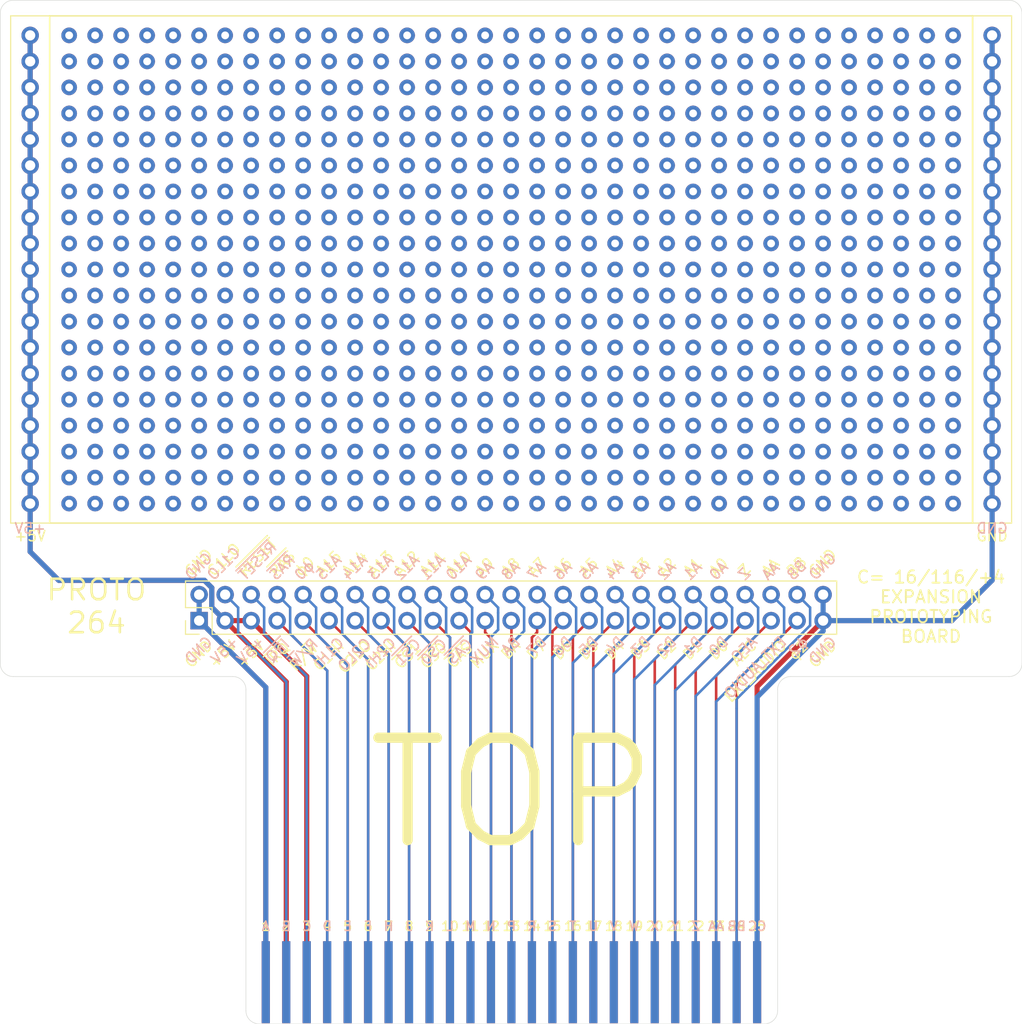
<source format=kicad_pcb>
(kicad_pcb (version 20171130) (host pcbnew 5.1.12)

  (general
    (thickness 1.6)
    (drawings 179)
    (tracks 246)
    (zones 0)
    (modules 5)
    (nets 47)
  )

  (page A4)
  (title_block
    (title Proto264)
    (date 2022-07-28)
    (rev 1git)
    (company SukkoPera)
    (comment 1 "C16/+4 Expansion Prototyping Board")
    (comment 2 "Licensed under CC BY-NC-SA 4.0")
  )

  (layers
    (0 F.Cu signal)
    (31 B.Cu signal)
    (36 B.SilkS user)
    (37 F.SilkS user)
    (38 B.Mask user)
    (39 F.Mask user hide)
    (40 Dwgs.User user hide)
    (42 Eco1.User user hide)
    (43 Eco2.User user hide)
    (44 Edge.Cuts user)
    (45 Margin user hide)
    (46 B.CrtYd user hide)
    (47 F.CrtYd user hide)
    (49 F.Fab user hide)
  )

  (setup
    (last_trace_width 0.25)
    (user_trace_width 0.4)
    (trace_clearance 0.2)
    (zone_clearance 0.381)
    (zone_45_only yes)
    (trace_min 0.2)
    (via_size 0.6)
    (via_drill 0.4)
    (via_min_size 0.4)
    (via_min_drill 0.3)
    (uvia_size 0.3)
    (uvia_drill 0.1)
    (uvias_allowed no)
    (uvia_min_size 0.2)
    (uvia_min_drill 0.1)
    (edge_width 0.05)
    (segment_width 0.2)
    (pcb_text_width 0.3)
    (pcb_text_size 1.5 1.5)
    (mod_edge_width 0.12)
    (mod_text_size 1 1)
    (mod_text_width 0.15)
    (pad_size 1 0.5)
    (pad_drill 0)
    (pad_to_mask_clearance 0)
    (aux_axis_origin 102.235 48.133)
    (grid_origin 102.235 48.133)
    (visible_elements FFFFF77F)
    (pcbplotparams
      (layerselection 0x010f0_ffffffff)
      (usegerberextensions false)
      (usegerberattributes true)
      (usegerberadvancedattributes true)
      (creategerberjobfile true)
      (excludeedgelayer true)
      (linewidth 0.100000)
      (plotframeref false)
      (viasonmask false)
      (mode 1)
      (useauxorigin false)
      (hpglpennumber 1)
      (hpglpenspeed 20)
      (hpglpendiameter 15.000000)
      (psnegative false)
      (psa4output false)
      (plotreference true)
      (plotvalue true)
      (plotinvisibletext false)
      (padsonsilk false)
      (subtractmaskfromsilk false)
      (outputformat 1)
      (mirror false)
      (drillshape 0)
      (scaleselection 1)
      (outputdirectory "gerbers"))
  )

  (net 0 "")
  (net 1 GND)
  (net 2 +5V)
  (net 3 /mux)
  (net 4 /d7)
  (net 5 /d6)
  (net 6 /d4)
  (net 7 /d5)
  (net 8 /d3)
  (net 9 /d2)
  (net 10 /d1)
  (net 11 /d0)
  (net 12 /r_~w)
  (net 13 /ext_audio)
  (net 14 /phi2)
  (net 15 /~reset)
  (net 16 /a15)
  (net 17 /a14)
  (net 18 /a13)
  (net 19 /a12)
  (net 20 /a11)
  (net 21 /a10)
  (net 22 /a9)
  (net 23 /a8)
  (net 24 /a7)
  (net 25 /a6)
  (net 26 /a5)
  (net 27 /a4)
  (net 28 /a3)
  (net 29 /a2)
  (net 30 /a1)
  (net 31 /a0)
  (net 32 /c1hi)
  (net 33 /c2low)
  (net 34 /c2hi)
  (net 35 /~cs1)
  (net 36 /~cs0)
  (net 37 /~cas)
  (net 38 /ba)
  (net 39 /aec)
  (net 40 /~irq)
  (net 41 /c1low)
  (net 42 /~ras)
  (net 43 /phi0)
  (net 44 /z)
  (net 45 /aa)
  (net 46 /bb)

  (net_class Default "This is the default net class."
    (clearance 0.2)
    (trace_width 0.25)
    (via_dia 0.6)
    (via_drill 0.4)
    (uvia_dia 0.3)
    (uvia_drill 0.1)
    (add_net /a0)
    (add_net /a1)
    (add_net /a10)
    (add_net /a11)
    (add_net /a12)
    (add_net /a13)
    (add_net /a14)
    (add_net /a15)
    (add_net /a2)
    (add_net /a3)
    (add_net /a4)
    (add_net /a5)
    (add_net /a6)
    (add_net /a7)
    (add_net /a8)
    (add_net /a9)
    (add_net /aa)
    (add_net /aec)
    (add_net /ba)
    (add_net /bb)
    (add_net /c1hi)
    (add_net /c1low)
    (add_net /c2hi)
    (add_net /c2low)
    (add_net /d0)
    (add_net /d1)
    (add_net /d2)
    (add_net /d3)
    (add_net /d4)
    (add_net /d5)
    (add_net /d6)
    (add_net /d7)
    (add_net /ext_audio)
    (add_net /mux)
    (add_net /phi0)
    (add_net /phi2)
    (add_net /r_~w)
    (add_net /z)
    (add_net /~cas)
    (add_net /~cs0)
    (add_net /~cs1)
    (add_net /~irq)
    (add_net /~ras)
    (add_net /~reset)
  )

  (net_class Power ""
    (clearance 0.1)
    (trace_width 0.5)
    (via_dia 0.8)
    (via_drill 0.6)
    (uvia_dia 0.3)
    (uvia_drill 0.1)
    (add_net +5V)
    (add_net GND)
  )

  (module Proto264:ProtoArea35x19 (layer F.Cu) (tedit 62E1A424) (tstamp 62F008AF)
    (at 152.146 74.422)
    (path /6320048C)
    (fp_text reference J4 (at 0 25.4) (layer F.SilkS) hide
      (effects (font (size 1 1) (thickness 0.15)))
    )
    (fp_text value PROTO_AREA (at 0 25.4) (layer F.Fab)
      (effects (font (size 1 1) (thickness 0.15)))
    )
    (fp_line (start -45.085 -24.765) (end 45.085 -24.765) (layer F.SilkS) (width 0.15))
    (fp_line (start 45.085 -24.765) (end 45.085 24.765) (layer F.SilkS) (width 0.15))
    (fp_line (start 45.085 24.765) (end -45.085 24.765) (layer F.SilkS) (width 0.15))
    (fp_line (start -45.085 24.765) (end -45.085 -24.765) (layer F.SilkS) (width 0.15))
    (pad ~ thru_hole circle (at 43.18 22.86) (size 1.524 1.524) (drill 0.762) (layers *.Cu *.Mask))
    (pad ~ thru_hole circle (at 40.64 22.86) (size 1.524 1.524) (drill 0.762) (layers *.Cu *.Mask))
    (pad ~ thru_hole circle (at 38.1 22.86) (size 1.524 1.524) (drill 0.762) (layers *.Cu *.Mask))
    (pad ~ thru_hole circle (at 35.56 22.86) (size 1.524 1.524) (drill 0.762) (layers *.Cu *.Mask))
    (pad ~ thru_hole circle (at 33.02 22.86) (size 1.524 1.524) (drill 0.762) (layers *.Cu *.Mask))
    (pad ~ thru_hole circle (at 30.48 22.86) (size 1.524 1.524) (drill 0.762) (layers *.Cu *.Mask))
    (pad ~ thru_hole circle (at 27.94 22.86) (size 1.524 1.524) (drill 0.762) (layers *.Cu *.Mask))
    (pad ~ thru_hole circle (at 25.4 22.86) (size 1.524 1.524) (drill 0.762) (layers *.Cu *.Mask))
    (pad ~ thru_hole circle (at 22.86 22.86) (size 1.524 1.524) (drill 0.762) (layers *.Cu *.Mask))
    (pad ~ thru_hole circle (at 20.32 22.86) (size 1.524 1.524) (drill 0.762) (layers *.Cu *.Mask))
    (pad ~ thru_hole circle (at 17.78 22.86) (size 1.524 1.524) (drill 0.762) (layers *.Cu *.Mask))
    (pad ~ thru_hole circle (at 15.24 22.86) (size 1.524 1.524) (drill 0.762) (layers *.Cu *.Mask))
    (pad ~ thru_hole circle (at 12.7 22.86) (size 1.524 1.524) (drill 0.762) (layers *.Cu *.Mask))
    (pad ~ thru_hole circle (at 10.16 22.86) (size 1.524 1.524) (drill 0.762) (layers *.Cu *.Mask))
    (pad ~ thru_hole circle (at 7.62 22.86) (size 1.524 1.524) (drill 0.762) (layers *.Cu *.Mask))
    (pad ~ thru_hole circle (at 5.08 22.86) (size 1.524 1.524) (drill 0.762) (layers *.Cu *.Mask))
    (pad ~ thru_hole circle (at 2.54 22.86) (size 1.524 1.524) (drill 0.762) (layers *.Cu *.Mask))
    (pad ~ thru_hole circle (at 0 22.86) (size 1.524 1.524) (drill 0.762) (layers *.Cu *.Mask))
    (pad ~ thru_hole circle (at -2.54 22.86) (size 1.524 1.524) (drill 0.762) (layers *.Cu *.Mask))
    (pad ~ thru_hole circle (at -5.08 22.86) (size 1.524 1.524) (drill 0.762) (layers *.Cu *.Mask))
    (pad ~ thru_hole circle (at -7.62 22.86) (size 1.524 1.524) (drill 0.762) (layers *.Cu *.Mask))
    (pad ~ thru_hole circle (at -10.16 22.86) (size 1.524 1.524) (drill 0.762) (layers *.Cu *.Mask))
    (pad ~ thru_hole circle (at -12.7 22.86) (size 1.524 1.524) (drill 0.762) (layers *.Cu *.Mask))
    (pad ~ thru_hole circle (at -15.24 22.86) (size 1.524 1.524) (drill 0.762) (layers *.Cu *.Mask))
    (pad ~ thru_hole circle (at -17.78 22.86) (size 1.524 1.524) (drill 0.762) (layers *.Cu *.Mask))
    (pad ~ thru_hole circle (at -20.32 22.86) (size 1.524 1.524) (drill 0.762) (layers *.Cu *.Mask))
    (pad ~ thru_hole circle (at -22.86 22.86) (size 1.524 1.524) (drill 0.762) (layers *.Cu *.Mask))
    (pad ~ thru_hole circle (at -25.4 22.86) (size 1.524 1.524) (drill 0.762) (layers *.Cu *.Mask))
    (pad ~ thru_hole circle (at -27.94 22.86) (size 1.524 1.524) (drill 0.762) (layers *.Cu *.Mask))
    (pad ~ thru_hole circle (at -30.48 22.86) (size 1.524 1.524) (drill 0.762) (layers *.Cu *.Mask))
    (pad ~ thru_hole circle (at -33.02 22.86) (size 1.524 1.524) (drill 0.762) (layers *.Cu *.Mask))
    (pad ~ thru_hole circle (at -35.56 22.86) (size 1.524 1.524) (drill 0.762) (layers *.Cu *.Mask))
    (pad ~ thru_hole circle (at -38.1 22.86) (size 1.524 1.524) (drill 0.762) (layers *.Cu *.Mask))
    (pad ~ thru_hole circle (at -40.64 22.86) (size 1.524 1.524) (drill 0.762) (layers *.Cu *.Mask))
    (pad ~ thru_hole circle (at -43.18 22.86) (size 1.524 1.524) (drill 0.762) (layers *.Cu *.Mask))
    (pad ~ thru_hole circle (at 43.18 20.32) (size 1.524 1.524) (drill 0.762) (layers *.Cu *.Mask))
    (pad ~ thru_hole circle (at 40.64 20.32) (size 1.524 1.524) (drill 0.762) (layers *.Cu *.Mask))
    (pad ~ thru_hole circle (at 38.1 20.32) (size 1.524 1.524) (drill 0.762) (layers *.Cu *.Mask))
    (pad ~ thru_hole circle (at 35.56 20.32) (size 1.524 1.524) (drill 0.762) (layers *.Cu *.Mask))
    (pad ~ thru_hole circle (at 33.02 20.32) (size 1.524 1.524) (drill 0.762) (layers *.Cu *.Mask))
    (pad ~ thru_hole circle (at 30.48 20.32) (size 1.524 1.524) (drill 0.762) (layers *.Cu *.Mask))
    (pad ~ thru_hole circle (at 27.94 20.32) (size 1.524 1.524) (drill 0.762) (layers *.Cu *.Mask))
    (pad ~ thru_hole circle (at 25.4 20.32) (size 1.524 1.524) (drill 0.762) (layers *.Cu *.Mask))
    (pad ~ thru_hole circle (at 22.86 20.32) (size 1.524 1.524) (drill 0.762) (layers *.Cu *.Mask))
    (pad ~ thru_hole circle (at 20.32 20.32) (size 1.524 1.524) (drill 0.762) (layers *.Cu *.Mask))
    (pad ~ thru_hole circle (at 17.78 20.32) (size 1.524 1.524) (drill 0.762) (layers *.Cu *.Mask))
    (pad ~ thru_hole circle (at 15.24 20.32) (size 1.524 1.524) (drill 0.762) (layers *.Cu *.Mask))
    (pad ~ thru_hole circle (at 12.7 20.32) (size 1.524 1.524) (drill 0.762) (layers *.Cu *.Mask))
    (pad ~ thru_hole circle (at 10.16 20.32) (size 1.524 1.524) (drill 0.762) (layers *.Cu *.Mask))
    (pad ~ thru_hole circle (at 7.62 20.32) (size 1.524 1.524) (drill 0.762) (layers *.Cu *.Mask))
    (pad ~ thru_hole circle (at 5.08 20.32) (size 1.524 1.524) (drill 0.762) (layers *.Cu *.Mask))
    (pad ~ thru_hole circle (at 2.54 20.32) (size 1.524 1.524) (drill 0.762) (layers *.Cu *.Mask))
    (pad ~ thru_hole circle (at 0 20.32) (size 1.524 1.524) (drill 0.762) (layers *.Cu *.Mask))
    (pad ~ thru_hole circle (at -2.54 20.32) (size 1.524 1.524) (drill 0.762) (layers *.Cu *.Mask))
    (pad ~ thru_hole circle (at -5.08 20.32) (size 1.524 1.524) (drill 0.762) (layers *.Cu *.Mask))
    (pad ~ thru_hole circle (at -7.62 20.32) (size 1.524 1.524) (drill 0.762) (layers *.Cu *.Mask))
    (pad ~ thru_hole circle (at -10.16 20.32) (size 1.524 1.524) (drill 0.762) (layers *.Cu *.Mask))
    (pad ~ thru_hole circle (at -12.7 20.32) (size 1.524 1.524) (drill 0.762) (layers *.Cu *.Mask))
    (pad ~ thru_hole circle (at -15.24 20.32) (size 1.524 1.524) (drill 0.762) (layers *.Cu *.Mask))
    (pad ~ thru_hole circle (at -17.78 20.32) (size 1.524 1.524) (drill 0.762) (layers *.Cu *.Mask))
    (pad ~ thru_hole circle (at -20.32 20.32) (size 1.524 1.524) (drill 0.762) (layers *.Cu *.Mask))
    (pad ~ thru_hole circle (at -22.86 20.32) (size 1.524 1.524) (drill 0.762) (layers *.Cu *.Mask))
    (pad ~ thru_hole circle (at -25.4 20.32) (size 1.524 1.524) (drill 0.762) (layers *.Cu *.Mask))
    (pad ~ thru_hole circle (at -27.94 20.32) (size 1.524 1.524) (drill 0.762) (layers *.Cu *.Mask))
    (pad ~ thru_hole circle (at -30.48 20.32) (size 1.524 1.524) (drill 0.762) (layers *.Cu *.Mask))
    (pad ~ thru_hole circle (at -33.02 20.32) (size 1.524 1.524) (drill 0.762) (layers *.Cu *.Mask))
    (pad ~ thru_hole circle (at -35.56 20.32) (size 1.524 1.524) (drill 0.762) (layers *.Cu *.Mask))
    (pad ~ thru_hole circle (at -38.1 20.32) (size 1.524 1.524) (drill 0.762) (layers *.Cu *.Mask))
    (pad ~ thru_hole circle (at -40.64 20.32) (size 1.524 1.524) (drill 0.762) (layers *.Cu *.Mask))
    (pad ~ thru_hole circle (at -43.18 20.32) (size 1.524 1.524) (drill 0.762) (layers *.Cu *.Mask))
    (pad ~ thru_hole circle (at 43.18 17.78) (size 1.524 1.524) (drill 0.762) (layers *.Cu *.Mask))
    (pad ~ thru_hole circle (at 40.64 17.78) (size 1.524 1.524) (drill 0.762) (layers *.Cu *.Mask))
    (pad ~ thru_hole circle (at 38.1 17.78) (size 1.524 1.524) (drill 0.762) (layers *.Cu *.Mask))
    (pad ~ thru_hole circle (at 35.56 17.78) (size 1.524 1.524) (drill 0.762) (layers *.Cu *.Mask))
    (pad ~ thru_hole circle (at 33.02 17.78) (size 1.524 1.524) (drill 0.762) (layers *.Cu *.Mask))
    (pad ~ thru_hole circle (at 30.48 17.78) (size 1.524 1.524) (drill 0.762) (layers *.Cu *.Mask))
    (pad ~ thru_hole circle (at 27.94 17.78) (size 1.524 1.524) (drill 0.762) (layers *.Cu *.Mask))
    (pad ~ thru_hole circle (at 25.4 17.78) (size 1.524 1.524) (drill 0.762) (layers *.Cu *.Mask))
    (pad ~ thru_hole circle (at 22.86 17.78) (size 1.524 1.524) (drill 0.762) (layers *.Cu *.Mask))
    (pad ~ thru_hole circle (at 20.32 17.78) (size 1.524 1.524) (drill 0.762) (layers *.Cu *.Mask))
    (pad ~ thru_hole circle (at 17.78 17.78) (size 1.524 1.524) (drill 0.762) (layers *.Cu *.Mask))
    (pad ~ thru_hole circle (at 15.24 17.78) (size 1.524 1.524) (drill 0.762) (layers *.Cu *.Mask))
    (pad ~ thru_hole circle (at 12.7 17.78) (size 1.524 1.524) (drill 0.762) (layers *.Cu *.Mask))
    (pad ~ thru_hole circle (at 10.16 17.78) (size 1.524 1.524) (drill 0.762) (layers *.Cu *.Mask))
    (pad ~ thru_hole circle (at 7.62 17.78) (size 1.524 1.524) (drill 0.762) (layers *.Cu *.Mask))
    (pad ~ thru_hole circle (at 5.08 17.78) (size 1.524 1.524) (drill 0.762) (layers *.Cu *.Mask))
    (pad ~ thru_hole circle (at 2.54 17.78) (size 1.524 1.524) (drill 0.762) (layers *.Cu *.Mask))
    (pad ~ thru_hole circle (at 0 17.78) (size 1.524 1.524) (drill 0.762) (layers *.Cu *.Mask))
    (pad ~ thru_hole circle (at -2.54 17.78) (size 1.524 1.524) (drill 0.762) (layers *.Cu *.Mask))
    (pad ~ thru_hole circle (at -5.08 17.78) (size 1.524 1.524) (drill 0.762) (layers *.Cu *.Mask))
    (pad ~ thru_hole circle (at -7.62 17.78) (size 1.524 1.524) (drill 0.762) (layers *.Cu *.Mask))
    (pad ~ thru_hole circle (at -10.16 17.78) (size 1.524 1.524) (drill 0.762) (layers *.Cu *.Mask))
    (pad ~ thru_hole circle (at -12.7 17.78) (size 1.524 1.524) (drill 0.762) (layers *.Cu *.Mask))
    (pad ~ thru_hole circle (at -15.24 17.78) (size 1.524 1.524) (drill 0.762) (layers *.Cu *.Mask))
    (pad ~ thru_hole circle (at -17.78 17.78) (size 1.524 1.524) (drill 0.762) (layers *.Cu *.Mask))
    (pad ~ thru_hole circle (at -20.32 17.78) (size 1.524 1.524) (drill 0.762) (layers *.Cu *.Mask))
    (pad ~ thru_hole circle (at -22.86 17.78) (size 1.524 1.524) (drill 0.762) (layers *.Cu *.Mask))
    (pad ~ thru_hole circle (at -25.4 17.78) (size 1.524 1.524) (drill 0.762) (layers *.Cu *.Mask))
    (pad ~ thru_hole circle (at -27.94 17.78) (size 1.524 1.524) (drill 0.762) (layers *.Cu *.Mask))
    (pad ~ thru_hole circle (at -30.48 17.78) (size 1.524 1.524) (drill 0.762) (layers *.Cu *.Mask))
    (pad ~ thru_hole circle (at -33.02 17.78) (size 1.524 1.524) (drill 0.762) (layers *.Cu *.Mask))
    (pad ~ thru_hole circle (at -35.56 17.78) (size 1.524 1.524) (drill 0.762) (layers *.Cu *.Mask))
    (pad ~ thru_hole circle (at -38.1 17.78) (size 1.524 1.524) (drill 0.762) (layers *.Cu *.Mask))
    (pad ~ thru_hole circle (at -40.64 17.78) (size 1.524 1.524) (drill 0.762) (layers *.Cu *.Mask))
    (pad ~ thru_hole circle (at -43.18 17.78) (size 1.524 1.524) (drill 0.762) (layers *.Cu *.Mask))
    (pad ~ thru_hole circle (at 43.18 15.24) (size 1.524 1.524) (drill 0.762) (layers *.Cu *.Mask))
    (pad ~ thru_hole circle (at 40.64 15.24) (size 1.524 1.524) (drill 0.762) (layers *.Cu *.Mask))
    (pad ~ thru_hole circle (at 38.1 15.24) (size 1.524 1.524) (drill 0.762) (layers *.Cu *.Mask))
    (pad ~ thru_hole circle (at 35.56 15.24) (size 1.524 1.524) (drill 0.762) (layers *.Cu *.Mask))
    (pad ~ thru_hole circle (at 33.02 15.24) (size 1.524 1.524) (drill 0.762) (layers *.Cu *.Mask))
    (pad ~ thru_hole circle (at 30.48 15.24) (size 1.524 1.524) (drill 0.762) (layers *.Cu *.Mask))
    (pad ~ thru_hole circle (at 27.94 15.24) (size 1.524 1.524) (drill 0.762) (layers *.Cu *.Mask))
    (pad ~ thru_hole circle (at 25.4 15.24) (size 1.524 1.524) (drill 0.762) (layers *.Cu *.Mask))
    (pad ~ thru_hole circle (at 22.86 15.24) (size 1.524 1.524) (drill 0.762) (layers *.Cu *.Mask))
    (pad ~ thru_hole circle (at 20.32 15.24) (size 1.524 1.524) (drill 0.762) (layers *.Cu *.Mask))
    (pad ~ thru_hole circle (at 17.78 15.24) (size 1.524 1.524) (drill 0.762) (layers *.Cu *.Mask))
    (pad ~ thru_hole circle (at 15.24 15.24) (size 1.524 1.524) (drill 0.762) (layers *.Cu *.Mask))
    (pad ~ thru_hole circle (at 12.7 15.24) (size 1.524 1.524) (drill 0.762) (layers *.Cu *.Mask))
    (pad ~ thru_hole circle (at 10.16 15.24) (size 1.524 1.524) (drill 0.762) (layers *.Cu *.Mask))
    (pad ~ thru_hole circle (at 7.62 15.24) (size 1.524 1.524) (drill 0.762) (layers *.Cu *.Mask))
    (pad ~ thru_hole circle (at 5.08 15.24) (size 1.524 1.524) (drill 0.762) (layers *.Cu *.Mask))
    (pad ~ thru_hole circle (at 2.54 15.24) (size 1.524 1.524) (drill 0.762) (layers *.Cu *.Mask))
    (pad ~ thru_hole circle (at 0 15.24) (size 1.524 1.524) (drill 0.762) (layers *.Cu *.Mask))
    (pad ~ thru_hole circle (at -2.54 15.24) (size 1.524 1.524) (drill 0.762) (layers *.Cu *.Mask))
    (pad ~ thru_hole circle (at -5.08 15.24) (size 1.524 1.524) (drill 0.762) (layers *.Cu *.Mask))
    (pad ~ thru_hole circle (at -7.62 15.24) (size 1.524 1.524) (drill 0.762) (layers *.Cu *.Mask))
    (pad ~ thru_hole circle (at -10.16 15.24) (size 1.524 1.524) (drill 0.762) (layers *.Cu *.Mask))
    (pad ~ thru_hole circle (at -12.7 15.24) (size 1.524 1.524) (drill 0.762) (layers *.Cu *.Mask))
    (pad ~ thru_hole circle (at -15.24 15.24) (size 1.524 1.524) (drill 0.762) (layers *.Cu *.Mask))
    (pad ~ thru_hole circle (at -17.78 15.24) (size 1.524 1.524) (drill 0.762) (layers *.Cu *.Mask))
    (pad ~ thru_hole circle (at -20.32 15.24) (size 1.524 1.524) (drill 0.762) (layers *.Cu *.Mask))
    (pad ~ thru_hole circle (at -22.86 15.24) (size 1.524 1.524) (drill 0.762) (layers *.Cu *.Mask))
    (pad ~ thru_hole circle (at -25.4 15.24) (size 1.524 1.524) (drill 0.762) (layers *.Cu *.Mask))
    (pad ~ thru_hole circle (at -27.94 15.24) (size 1.524 1.524) (drill 0.762) (layers *.Cu *.Mask))
    (pad ~ thru_hole circle (at -30.48 15.24) (size 1.524 1.524) (drill 0.762) (layers *.Cu *.Mask))
    (pad ~ thru_hole circle (at -33.02 15.24) (size 1.524 1.524) (drill 0.762) (layers *.Cu *.Mask))
    (pad ~ thru_hole circle (at -35.56 15.24) (size 1.524 1.524) (drill 0.762) (layers *.Cu *.Mask))
    (pad ~ thru_hole circle (at -38.1 15.24) (size 1.524 1.524) (drill 0.762) (layers *.Cu *.Mask))
    (pad ~ thru_hole circle (at -40.64 15.24) (size 1.524 1.524) (drill 0.762) (layers *.Cu *.Mask))
    (pad ~ thru_hole circle (at -43.18 15.24) (size 1.524 1.524) (drill 0.762) (layers *.Cu *.Mask))
    (pad ~ thru_hole circle (at 43.18 12.7) (size 1.524 1.524) (drill 0.762) (layers *.Cu *.Mask))
    (pad ~ thru_hole circle (at 40.64 12.7) (size 1.524 1.524) (drill 0.762) (layers *.Cu *.Mask))
    (pad ~ thru_hole circle (at 38.1 12.7) (size 1.524 1.524) (drill 0.762) (layers *.Cu *.Mask))
    (pad ~ thru_hole circle (at 35.56 12.7) (size 1.524 1.524) (drill 0.762) (layers *.Cu *.Mask))
    (pad ~ thru_hole circle (at 33.02 12.7) (size 1.524 1.524) (drill 0.762) (layers *.Cu *.Mask))
    (pad ~ thru_hole circle (at 30.48 12.7) (size 1.524 1.524) (drill 0.762) (layers *.Cu *.Mask))
    (pad ~ thru_hole circle (at 27.94 12.7) (size 1.524 1.524) (drill 0.762) (layers *.Cu *.Mask))
    (pad ~ thru_hole circle (at 25.4 12.7) (size 1.524 1.524) (drill 0.762) (layers *.Cu *.Mask))
    (pad ~ thru_hole circle (at 22.86 12.7) (size 1.524 1.524) (drill 0.762) (layers *.Cu *.Mask))
    (pad ~ thru_hole circle (at 20.32 12.7) (size 1.524 1.524) (drill 0.762) (layers *.Cu *.Mask))
    (pad ~ thru_hole circle (at 17.78 12.7) (size 1.524 1.524) (drill 0.762) (layers *.Cu *.Mask))
    (pad ~ thru_hole circle (at 15.24 12.7) (size 1.524 1.524) (drill 0.762) (layers *.Cu *.Mask))
    (pad ~ thru_hole circle (at 12.7 12.7) (size 1.524 1.524) (drill 0.762) (layers *.Cu *.Mask))
    (pad ~ thru_hole circle (at 10.16 12.7) (size 1.524 1.524) (drill 0.762) (layers *.Cu *.Mask))
    (pad ~ thru_hole circle (at 7.62 12.7) (size 1.524 1.524) (drill 0.762) (layers *.Cu *.Mask))
    (pad ~ thru_hole circle (at 5.08 12.7) (size 1.524 1.524) (drill 0.762) (layers *.Cu *.Mask))
    (pad ~ thru_hole circle (at 2.54 12.7) (size 1.524 1.524) (drill 0.762) (layers *.Cu *.Mask))
    (pad ~ thru_hole circle (at 0 12.7) (size 1.524 1.524) (drill 0.762) (layers *.Cu *.Mask))
    (pad ~ thru_hole circle (at -2.54 12.7) (size 1.524 1.524) (drill 0.762) (layers *.Cu *.Mask))
    (pad ~ thru_hole circle (at -5.08 12.7) (size 1.524 1.524) (drill 0.762) (layers *.Cu *.Mask))
    (pad ~ thru_hole circle (at -7.62 12.7) (size 1.524 1.524) (drill 0.762) (layers *.Cu *.Mask))
    (pad ~ thru_hole circle (at -10.16 12.7) (size 1.524 1.524) (drill 0.762) (layers *.Cu *.Mask))
    (pad ~ thru_hole circle (at -12.7 12.7) (size 1.524 1.524) (drill 0.762) (layers *.Cu *.Mask))
    (pad ~ thru_hole circle (at -15.24 12.7) (size 1.524 1.524) (drill 0.762) (layers *.Cu *.Mask))
    (pad ~ thru_hole circle (at -17.78 12.7) (size 1.524 1.524) (drill 0.762) (layers *.Cu *.Mask))
    (pad ~ thru_hole circle (at -20.32 12.7) (size 1.524 1.524) (drill 0.762) (layers *.Cu *.Mask))
    (pad ~ thru_hole circle (at -22.86 12.7) (size 1.524 1.524) (drill 0.762) (layers *.Cu *.Mask))
    (pad ~ thru_hole circle (at -25.4 12.7) (size 1.524 1.524) (drill 0.762) (layers *.Cu *.Mask))
    (pad ~ thru_hole circle (at -27.94 12.7) (size 1.524 1.524) (drill 0.762) (layers *.Cu *.Mask))
    (pad ~ thru_hole circle (at -30.48 12.7) (size 1.524 1.524) (drill 0.762) (layers *.Cu *.Mask))
    (pad ~ thru_hole circle (at -33.02 12.7) (size 1.524 1.524) (drill 0.762) (layers *.Cu *.Mask))
    (pad ~ thru_hole circle (at -35.56 12.7) (size 1.524 1.524) (drill 0.762) (layers *.Cu *.Mask))
    (pad ~ thru_hole circle (at -38.1 12.7) (size 1.524 1.524) (drill 0.762) (layers *.Cu *.Mask))
    (pad ~ thru_hole circle (at -40.64 12.7) (size 1.524 1.524) (drill 0.762) (layers *.Cu *.Mask))
    (pad ~ thru_hole circle (at -43.18 12.7) (size 1.524 1.524) (drill 0.762) (layers *.Cu *.Mask))
    (pad ~ thru_hole circle (at 43.18 10.16) (size 1.524 1.524) (drill 0.762) (layers *.Cu *.Mask))
    (pad ~ thru_hole circle (at 40.64 10.16) (size 1.524 1.524) (drill 0.762) (layers *.Cu *.Mask))
    (pad ~ thru_hole circle (at 38.1 10.16) (size 1.524 1.524) (drill 0.762) (layers *.Cu *.Mask))
    (pad ~ thru_hole circle (at 35.56 10.16) (size 1.524 1.524) (drill 0.762) (layers *.Cu *.Mask))
    (pad ~ thru_hole circle (at 33.02 10.16) (size 1.524 1.524) (drill 0.762) (layers *.Cu *.Mask))
    (pad ~ thru_hole circle (at 30.48 10.16) (size 1.524 1.524) (drill 0.762) (layers *.Cu *.Mask))
    (pad ~ thru_hole circle (at 27.94 10.16) (size 1.524 1.524) (drill 0.762) (layers *.Cu *.Mask))
    (pad ~ thru_hole circle (at 25.4 10.16) (size 1.524 1.524) (drill 0.762) (layers *.Cu *.Mask))
    (pad ~ thru_hole circle (at 22.86 10.16) (size 1.524 1.524) (drill 0.762) (layers *.Cu *.Mask))
    (pad ~ thru_hole circle (at 20.32 10.16) (size 1.524 1.524) (drill 0.762) (layers *.Cu *.Mask))
    (pad ~ thru_hole circle (at 17.78 10.16) (size 1.524 1.524) (drill 0.762) (layers *.Cu *.Mask))
    (pad ~ thru_hole circle (at 15.24 10.16) (size 1.524 1.524) (drill 0.762) (layers *.Cu *.Mask))
    (pad ~ thru_hole circle (at 12.7 10.16) (size 1.524 1.524) (drill 0.762) (layers *.Cu *.Mask))
    (pad ~ thru_hole circle (at 10.16 10.16) (size 1.524 1.524) (drill 0.762) (layers *.Cu *.Mask))
    (pad ~ thru_hole circle (at 7.62 10.16) (size 1.524 1.524) (drill 0.762) (layers *.Cu *.Mask))
    (pad ~ thru_hole circle (at 5.08 10.16) (size 1.524 1.524) (drill 0.762) (layers *.Cu *.Mask))
    (pad ~ thru_hole circle (at 2.54 10.16) (size 1.524 1.524) (drill 0.762) (layers *.Cu *.Mask))
    (pad ~ thru_hole circle (at 0 10.16) (size 1.524 1.524) (drill 0.762) (layers *.Cu *.Mask))
    (pad ~ thru_hole circle (at -2.54 10.16) (size 1.524 1.524) (drill 0.762) (layers *.Cu *.Mask))
    (pad ~ thru_hole circle (at -5.08 10.16) (size 1.524 1.524) (drill 0.762) (layers *.Cu *.Mask))
    (pad ~ thru_hole circle (at -7.62 10.16) (size 1.524 1.524) (drill 0.762) (layers *.Cu *.Mask))
    (pad ~ thru_hole circle (at -10.16 10.16) (size 1.524 1.524) (drill 0.762) (layers *.Cu *.Mask))
    (pad ~ thru_hole circle (at -12.7 10.16) (size 1.524 1.524) (drill 0.762) (layers *.Cu *.Mask))
    (pad ~ thru_hole circle (at -15.24 10.16) (size 1.524 1.524) (drill 0.762) (layers *.Cu *.Mask))
    (pad ~ thru_hole circle (at -17.78 10.16) (size 1.524 1.524) (drill 0.762) (layers *.Cu *.Mask))
    (pad ~ thru_hole circle (at -20.32 10.16) (size 1.524 1.524) (drill 0.762) (layers *.Cu *.Mask))
    (pad ~ thru_hole circle (at -22.86 10.16) (size 1.524 1.524) (drill 0.762) (layers *.Cu *.Mask))
    (pad ~ thru_hole circle (at -25.4 10.16) (size 1.524 1.524) (drill 0.762) (layers *.Cu *.Mask))
    (pad ~ thru_hole circle (at -27.94 10.16) (size 1.524 1.524) (drill 0.762) (layers *.Cu *.Mask))
    (pad ~ thru_hole circle (at -30.48 10.16) (size 1.524 1.524) (drill 0.762) (layers *.Cu *.Mask))
    (pad ~ thru_hole circle (at -33.02 10.16) (size 1.524 1.524) (drill 0.762) (layers *.Cu *.Mask))
    (pad ~ thru_hole circle (at -35.56 10.16) (size 1.524 1.524) (drill 0.762) (layers *.Cu *.Mask))
    (pad ~ thru_hole circle (at -38.1 10.16) (size 1.524 1.524) (drill 0.762) (layers *.Cu *.Mask))
    (pad ~ thru_hole circle (at -40.64 10.16) (size 1.524 1.524) (drill 0.762) (layers *.Cu *.Mask))
    (pad ~ thru_hole circle (at -43.18 10.16) (size 1.524 1.524) (drill 0.762) (layers *.Cu *.Mask))
    (pad ~ thru_hole circle (at 43.18 7.62) (size 1.524 1.524) (drill 0.762) (layers *.Cu *.Mask))
    (pad ~ thru_hole circle (at 40.64 7.62) (size 1.524 1.524) (drill 0.762) (layers *.Cu *.Mask))
    (pad ~ thru_hole circle (at 38.1 7.62) (size 1.524 1.524) (drill 0.762) (layers *.Cu *.Mask))
    (pad ~ thru_hole circle (at 35.56 7.62) (size 1.524 1.524) (drill 0.762) (layers *.Cu *.Mask))
    (pad ~ thru_hole circle (at 33.02 7.62) (size 1.524 1.524) (drill 0.762) (layers *.Cu *.Mask))
    (pad ~ thru_hole circle (at 30.48 7.62) (size 1.524 1.524) (drill 0.762) (layers *.Cu *.Mask))
    (pad ~ thru_hole circle (at 27.94 7.62) (size 1.524 1.524) (drill 0.762) (layers *.Cu *.Mask))
    (pad ~ thru_hole circle (at 25.4 7.62) (size 1.524 1.524) (drill 0.762) (layers *.Cu *.Mask))
    (pad ~ thru_hole circle (at 22.86 7.62) (size 1.524 1.524) (drill 0.762) (layers *.Cu *.Mask))
    (pad ~ thru_hole circle (at 20.32 7.62) (size 1.524 1.524) (drill 0.762) (layers *.Cu *.Mask))
    (pad ~ thru_hole circle (at 17.78 7.62) (size 1.524 1.524) (drill 0.762) (layers *.Cu *.Mask))
    (pad ~ thru_hole circle (at 15.24 7.62) (size 1.524 1.524) (drill 0.762) (layers *.Cu *.Mask))
    (pad ~ thru_hole circle (at 12.7 7.62) (size 1.524 1.524) (drill 0.762) (layers *.Cu *.Mask))
    (pad ~ thru_hole circle (at 10.16 7.62) (size 1.524 1.524) (drill 0.762) (layers *.Cu *.Mask))
    (pad ~ thru_hole circle (at 7.62 7.62) (size 1.524 1.524) (drill 0.762) (layers *.Cu *.Mask))
    (pad ~ thru_hole circle (at 5.08 7.62) (size 1.524 1.524) (drill 0.762) (layers *.Cu *.Mask))
    (pad ~ thru_hole circle (at 2.54 7.62) (size 1.524 1.524) (drill 0.762) (layers *.Cu *.Mask))
    (pad ~ thru_hole circle (at 0 7.62) (size 1.524 1.524) (drill 0.762) (layers *.Cu *.Mask))
    (pad ~ thru_hole circle (at -2.54 7.62) (size 1.524 1.524) (drill 0.762) (layers *.Cu *.Mask))
    (pad ~ thru_hole circle (at -5.08 7.62) (size 1.524 1.524) (drill 0.762) (layers *.Cu *.Mask))
    (pad ~ thru_hole circle (at -7.62 7.62) (size 1.524 1.524) (drill 0.762) (layers *.Cu *.Mask))
    (pad ~ thru_hole circle (at -10.16 7.62) (size 1.524 1.524) (drill 0.762) (layers *.Cu *.Mask))
    (pad ~ thru_hole circle (at -12.7 7.62) (size 1.524 1.524) (drill 0.762) (layers *.Cu *.Mask))
    (pad ~ thru_hole circle (at -15.24 7.62) (size 1.524 1.524) (drill 0.762) (layers *.Cu *.Mask))
    (pad ~ thru_hole circle (at -17.78 7.62) (size 1.524 1.524) (drill 0.762) (layers *.Cu *.Mask))
    (pad ~ thru_hole circle (at -20.32 7.62) (size 1.524 1.524) (drill 0.762) (layers *.Cu *.Mask))
    (pad ~ thru_hole circle (at -22.86 7.62) (size 1.524 1.524) (drill 0.762) (layers *.Cu *.Mask))
    (pad ~ thru_hole circle (at -25.4 7.62) (size 1.524 1.524) (drill 0.762) (layers *.Cu *.Mask))
    (pad ~ thru_hole circle (at -27.94 7.62) (size 1.524 1.524) (drill 0.762) (layers *.Cu *.Mask))
    (pad ~ thru_hole circle (at -30.48 7.62) (size 1.524 1.524) (drill 0.762) (layers *.Cu *.Mask))
    (pad ~ thru_hole circle (at -33.02 7.62) (size 1.524 1.524) (drill 0.762) (layers *.Cu *.Mask))
    (pad ~ thru_hole circle (at -35.56 7.62) (size 1.524 1.524) (drill 0.762) (layers *.Cu *.Mask))
    (pad ~ thru_hole circle (at -38.1 7.62) (size 1.524 1.524) (drill 0.762) (layers *.Cu *.Mask))
    (pad ~ thru_hole circle (at -40.64 7.62) (size 1.524 1.524) (drill 0.762) (layers *.Cu *.Mask))
    (pad ~ thru_hole circle (at -43.18 7.62) (size 1.524 1.524) (drill 0.762) (layers *.Cu *.Mask))
    (pad ~ thru_hole circle (at 43.18 5.08) (size 1.524 1.524) (drill 0.762) (layers *.Cu *.Mask))
    (pad ~ thru_hole circle (at 40.64 5.08) (size 1.524 1.524) (drill 0.762) (layers *.Cu *.Mask))
    (pad ~ thru_hole circle (at 38.1 5.08) (size 1.524 1.524) (drill 0.762) (layers *.Cu *.Mask))
    (pad ~ thru_hole circle (at 35.56 5.08) (size 1.524 1.524) (drill 0.762) (layers *.Cu *.Mask))
    (pad ~ thru_hole circle (at 33.02 5.08) (size 1.524 1.524) (drill 0.762) (layers *.Cu *.Mask))
    (pad ~ thru_hole circle (at 30.48 5.08) (size 1.524 1.524) (drill 0.762) (layers *.Cu *.Mask))
    (pad ~ thru_hole circle (at 27.94 5.08) (size 1.524 1.524) (drill 0.762) (layers *.Cu *.Mask))
    (pad ~ thru_hole circle (at 25.4 5.08) (size 1.524 1.524) (drill 0.762) (layers *.Cu *.Mask))
    (pad ~ thru_hole circle (at 22.86 5.08) (size 1.524 1.524) (drill 0.762) (layers *.Cu *.Mask))
    (pad ~ thru_hole circle (at 20.32 5.08) (size 1.524 1.524) (drill 0.762) (layers *.Cu *.Mask))
    (pad ~ thru_hole circle (at 17.78 5.08) (size 1.524 1.524) (drill 0.762) (layers *.Cu *.Mask))
    (pad ~ thru_hole circle (at 15.24 5.08) (size 1.524 1.524) (drill 0.762) (layers *.Cu *.Mask))
    (pad ~ thru_hole circle (at 12.7 5.08) (size 1.524 1.524) (drill 0.762) (layers *.Cu *.Mask))
    (pad ~ thru_hole circle (at 10.16 5.08) (size 1.524 1.524) (drill 0.762) (layers *.Cu *.Mask))
    (pad ~ thru_hole circle (at 7.62 5.08) (size 1.524 1.524) (drill 0.762) (layers *.Cu *.Mask))
    (pad ~ thru_hole circle (at 5.08 5.08) (size 1.524 1.524) (drill 0.762) (layers *.Cu *.Mask))
    (pad ~ thru_hole circle (at 2.54 5.08) (size 1.524 1.524) (drill 0.762) (layers *.Cu *.Mask))
    (pad ~ thru_hole circle (at 0 5.08) (size 1.524 1.524) (drill 0.762) (layers *.Cu *.Mask))
    (pad ~ thru_hole circle (at -2.54 5.08) (size 1.524 1.524) (drill 0.762) (layers *.Cu *.Mask))
    (pad ~ thru_hole circle (at -5.08 5.08) (size 1.524 1.524) (drill 0.762) (layers *.Cu *.Mask))
    (pad ~ thru_hole circle (at -7.62 5.08) (size 1.524 1.524) (drill 0.762) (layers *.Cu *.Mask))
    (pad ~ thru_hole circle (at -10.16 5.08) (size 1.524 1.524) (drill 0.762) (layers *.Cu *.Mask))
    (pad ~ thru_hole circle (at -12.7 5.08) (size 1.524 1.524) (drill 0.762) (layers *.Cu *.Mask))
    (pad ~ thru_hole circle (at -15.24 5.08) (size 1.524 1.524) (drill 0.762) (layers *.Cu *.Mask))
    (pad ~ thru_hole circle (at -17.78 5.08) (size 1.524 1.524) (drill 0.762) (layers *.Cu *.Mask))
    (pad ~ thru_hole circle (at -20.32 5.08) (size 1.524 1.524) (drill 0.762) (layers *.Cu *.Mask))
    (pad ~ thru_hole circle (at -22.86 5.08) (size 1.524 1.524) (drill 0.762) (layers *.Cu *.Mask))
    (pad ~ thru_hole circle (at -25.4 5.08) (size 1.524 1.524) (drill 0.762) (layers *.Cu *.Mask))
    (pad ~ thru_hole circle (at -27.94 5.08) (size 1.524 1.524) (drill 0.762) (layers *.Cu *.Mask))
    (pad ~ thru_hole circle (at -30.48 5.08) (size 1.524 1.524) (drill 0.762) (layers *.Cu *.Mask))
    (pad ~ thru_hole circle (at -33.02 5.08) (size 1.524 1.524) (drill 0.762) (layers *.Cu *.Mask))
    (pad ~ thru_hole circle (at -35.56 5.08) (size 1.524 1.524) (drill 0.762) (layers *.Cu *.Mask))
    (pad ~ thru_hole circle (at -38.1 5.08) (size 1.524 1.524) (drill 0.762) (layers *.Cu *.Mask))
    (pad ~ thru_hole circle (at -40.64 5.08) (size 1.524 1.524) (drill 0.762) (layers *.Cu *.Mask))
    (pad ~ thru_hole circle (at -43.18 5.08) (size 1.524 1.524) (drill 0.762) (layers *.Cu *.Mask))
    (pad ~ thru_hole circle (at 43.18 2.54) (size 1.524 1.524) (drill 0.762) (layers *.Cu *.Mask))
    (pad ~ thru_hole circle (at 40.64 2.54) (size 1.524 1.524) (drill 0.762) (layers *.Cu *.Mask))
    (pad ~ thru_hole circle (at 38.1 2.54) (size 1.524 1.524) (drill 0.762) (layers *.Cu *.Mask))
    (pad ~ thru_hole circle (at 35.56 2.54) (size 1.524 1.524) (drill 0.762) (layers *.Cu *.Mask))
    (pad ~ thru_hole circle (at 33.02 2.54) (size 1.524 1.524) (drill 0.762) (layers *.Cu *.Mask))
    (pad ~ thru_hole circle (at 30.48 2.54) (size 1.524 1.524) (drill 0.762) (layers *.Cu *.Mask))
    (pad ~ thru_hole circle (at 27.94 2.54) (size 1.524 1.524) (drill 0.762) (layers *.Cu *.Mask))
    (pad ~ thru_hole circle (at 25.4 2.54) (size 1.524 1.524) (drill 0.762) (layers *.Cu *.Mask))
    (pad ~ thru_hole circle (at 22.86 2.54) (size 1.524 1.524) (drill 0.762) (layers *.Cu *.Mask))
    (pad ~ thru_hole circle (at 20.32 2.54) (size 1.524 1.524) (drill 0.762) (layers *.Cu *.Mask))
    (pad ~ thru_hole circle (at 17.78 2.54) (size 1.524 1.524) (drill 0.762) (layers *.Cu *.Mask))
    (pad ~ thru_hole circle (at 15.24 2.54) (size 1.524 1.524) (drill 0.762) (layers *.Cu *.Mask))
    (pad ~ thru_hole circle (at 12.7 2.54) (size 1.524 1.524) (drill 0.762) (layers *.Cu *.Mask))
    (pad ~ thru_hole circle (at 10.16 2.54) (size 1.524 1.524) (drill 0.762) (layers *.Cu *.Mask))
    (pad ~ thru_hole circle (at 7.62 2.54) (size 1.524 1.524) (drill 0.762) (layers *.Cu *.Mask))
    (pad ~ thru_hole circle (at 5.08 2.54) (size 1.524 1.524) (drill 0.762) (layers *.Cu *.Mask))
    (pad ~ thru_hole circle (at 2.54 2.54) (size 1.524 1.524) (drill 0.762) (layers *.Cu *.Mask))
    (pad ~ thru_hole circle (at 0 2.54) (size 1.524 1.524) (drill 0.762) (layers *.Cu *.Mask))
    (pad ~ thru_hole circle (at -2.54 2.54) (size 1.524 1.524) (drill 0.762) (layers *.Cu *.Mask))
    (pad ~ thru_hole circle (at -5.08 2.54) (size 1.524 1.524) (drill 0.762) (layers *.Cu *.Mask))
    (pad ~ thru_hole circle (at -7.62 2.54) (size 1.524 1.524) (drill 0.762) (layers *.Cu *.Mask))
    (pad ~ thru_hole circle (at -10.16 2.54) (size 1.524 1.524) (drill 0.762) (layers *.Cu *.Mask))
    (pad ~ thru_hole circle (at -12.7 2.54) (size 1.524 1.524) (drill 0.762) (layers *.Cu *.Mask))
    (pad ~ thru_hole circle (at -15.24 2.54) (size 1.524 1.524) (drill 0.762) (layers *.Cu *.Mask))
    (pad ~ thru_hole circle (at -17.78 2.54) (size 1.524 1.524) (drill 0.762) (layers *.Cu *.Mask))
    (pad ~ thru_hole circle (at -20.32 2.54) (size 1.524 1.524) (drill 0.762) (layers *.Cu *.Mask))
    (pad ~ thru_hole circle (at -22.86 2.54) (size 1.524 1.524) (drill 0.762) (layers *.Cu *.Mask))
    (pad ~ thru_hole circle (at -25.4 2.54) (size 1.524 1.524) (drill 0.762) (layers *.Cu *.Mask))
    (pad ~ thru_hole circle (at -27.94 2.54) (size 1.524 1.524) (drill 0.762) (layers *.Cu *.Mask))
    (pad ~ thru_hole circle (at -30.48 2.54) (size 1.524 1.524) (drill 0.762) (layers *.Cu *.Mask))
    (pad ~ thru_hole circle (at -33.02 2.54) (size 1.524 1.524) (drill 0.762) (layers *.Cu *.Mask))
    (pad ~ thru_hole circle (at -35.56 2.54) (size 1.524 1.524) (drill 0.762) (layers *.Cu *.Mask))
    (pad ~ thru_hole circle (at -38.1 2.54) (size 1.524 1.524) (drill 0.762) (layers *.Cu *.Mask))
    (pad ~ thru_hole circle (at -40.64 2.54) (size 1.524 1.524) (drill 0.762) (layers *.Cu *.Mask))
    (pad ~ thru_hole circle (at -43.18 2.54) (size 1.524 1.524) (drill 0.762) (layers *.Cu *.Mask))
    (pad ~ thru_hole circle (at 43.18 0) (size 1.524 1.524) (drill 0.762) (layers *.Cu *.Mask))
    (pad ~ thru_hole circle (at 40.64 0) (size 1.524 1.524) (drill 0.762) (layers *.Cu *.Mask))
    (pad ~ thru_hole circle (at 38.1 0) (size 1.524 1.524) (drill 0.762) (layers *.Cu *.Mask))
    (pad ~ thru_hole circle (at 35.56 0) (size 1.524 1.524) (drill 0.762) (layers *.Cu *.Mask))
    (pad ~ thru_hole circle (at 33.02 0) (size 1.524 1.524) (drill 0.762) (layers *.Cu *.Mask))
    (pad ~ thru_hole circle (at 30.48 0) (size 1.524 1.524) (drill 0.762) (layers *.Cu *.Mask))
    (pad ~ thru_hole circle (at 27.94 0) (size 1.524 1.524) (drill 0.762) (layers *.Cu *.Mask))
    (pad ~ thru_hole circle (at 25.4 0) (size 1.524 1.524) (drill 0.762) (layers *.Cu *.Mask))
    (pad ~ thru_hole circle (at 22.86 0) (size 1.524 1.524) (drill 0.762) (layers *.Cu *.Mask))
    (pad ~ thru_hole circle (at 20.32 0) (size 1.524 1.524) (drill 0.762) (layers *.Cu *.Mask))
    (pad ~ thru_hole circle (at 17.78 0) (size 1.524 1.524) (drill 0.762) (layers *.Cu *.Mask))
    (pad ~ thru_hole circle (at 15.24 0) (size 1.524 1.524) (drill 0.762) (layers *.Cu *.Mask))
    (pad ~ thru_hole circle (at 12.7 0) (size 1.524 1.524) (drill 0.762) (layers *.Cu *.Mask))
    (pad ~ thru_hole circle (at 10.16 0) (size 1.524 1.524) (drill 0.762) (layers *.Cu *.Mask))
    (pad ~ thru_hole circle (at 7.62 0) (size 1.524 1.524) (drill 0.762) (layers *.Cu *.Mask))
    (pad ~ thru_hole circle (at 5.08 0) (size 1.524 1.524) (drill 0.762) (layers *.Cu *.Mask))
    (pad ~ thru_hole circle (at 2.54 0) (size 1.524 1.524) (drill 0.762) (layers *.Cu *.Mask))
    (pad ~ thru_hole circle (at 0 0) (size 1.524 1.524) (drill 0.762) (layers *.Cu *.Mask))
    (pad ~ thru_hole circle (at -2.54 0) (size 1.524 1.524) (drill 0.762) (layers *.Cu *.Mask))
    (pad ~ thru_hole circle (at -5.08 0) (size 1.524 1.524) (drill 0.762) (layers *.Cu *.Mask))
    (pad ~ thru_hole circle (at -7.62 0) (size 1.524 1.524) (drill 0.762) (layers *.Cu *.Mask))
    (pad ~ thru_hole circle (at -10.16 0) (size 1.524 1.524) (drill 0.762) (layers *.Cu *.Mask))
    (pad ~ thru_hole circle (at -12.7 0) (size 1.524 1.524) (drill 0.762) (layers *.Cu *.Mask))
    (pad ~ thru_hole circle (at -15.24 0) (size 1.524 1.524) (drill 0.762) (layers *.Cu *.Mask))
    (pad ~ thru_hole circle (at -17.78 0) (size 1.524 1.524) (drill 0.762) (layers *.Cu *.Mask))
    (pad ~ thru_hole circle (at -20.32 0) (size 1.524 1.524) (drill 0.762) (layers *.Cu *.Mask))
    (pad ~ thru_hole circle (at -22.86 0) (size 1.524 1.524) (drill 0.762) (layers *.Cu *.Mask))
    (pad ~ thru_hole circle (at -25.4 0) (size 1.524 1.524) (drill 0.762) (layers *.Cu *.Mask))
    (pad ~ thru_hole circle (at -27.94 0) (size 1.524 1.524) (drill 0.762) (layers *.Cu *.Mask))
    (pad ~ thru_hole circle (at -30.48 0) (size 1.524 1.524) (drill 0.762) (layers *.Cu *.Mask))
    (pad ~ thru_hole circle (at -33.02 0) (size 1.524 1.524) (drill 0.762) (layers *.Cu *.Mask))
    (pad ~ thru_hole circle (at -35.56 0) (size 1.524 1.524) (drill 0.762) (layers *.Cu *.Mask))
    (pad ~ thru_hole circle (at -38.1 0) (size 1.524 1.524) (drill 0.762) (layers *.Cu *.Mask))
    (pad ~ thru_hole circle (at -40.64 0) (size 1.524 1.524) (drill 0.762) (layers *.Cu *.Mask))
    (pad ~ thru_hole circle (at -43.18 0) (size 1.524 1.524) (drill 0.762) (layers *.Cu *.Mask))
    (pad ~ thru_hole circle (at 43.18 -2.54) (size 1.524 1.524) (drill 0.762) (layers *.Cu *.Mask))
    (pad ~ thru_hole circle (at 40.64 -2.54) (size 1.524 1.524) (drill 0.762) (layers *.Cu *.Mask))
    (pad ~ thru_hole circle (at 38.1 -2.54) (size 1.524 1.524) (drill 0.762) (layers *.Cu *.Mask))
    (pad ~ thru_hole circle (at 35.56 -2.54) (size 1.524 1.524) (drill 0.762) (layers *.Cu *.Mask))
    (pad ~ thru_hole circle (at 33.02 -2.54) (size 1.524 1.524) (drill 0.762) (layers *.Cu *.Mask))
    (pad ~ thru_hole circle (at 30.48 -2.54) (size 1.524 1.524) (drill 0.762) (layers *.Cu *.Mask))
    (pad ~ thru_hole circle (at 27.94 -2.54) (size 1.524 1.524) (drill 0.762) (layers *.Cu *.Mask))
    (pad ~ thru_hole circle (at 25.4 -2.54) (size 1.524 1.524) (drill 0.762) (layers *.Cu *.Mask))
    (pad ~ thru_hole circle (at 22.86 -2.54) (size 1.524 1.524) (drill 0.762) (layers *.Cu *.Mask))
    (pad ~ thru_hole circle (at 20.32 -2.54) (size 1.524 1.524) (drill 0.762) (layers *.Cu *.Mask))
    (pad ~ thru_hole circle (at 17.78 -2.54) (size 1.524 1.524) (drill 0.762) (layers *.Cu *.Mask))
    (pad ~ thru_hole circle (at 15.24 -2.54) (size 1.524 1.524) (drill 0.762) (layers *.Cu *.Mask))
    (pad ~ thru_hole circle (at 12.7 -2.54) (size 1.524 1.524) (drill 0.762) (layers *.Cu *.Mask))
    (pad ~ thru_hole circle (at 10.16 -2.54) (size 1.524 1.524) (drill 0.762) (layers *.Cu *.Mask))
    (pad ~ thru_hole circle (at 7.62 -2.54) (size 1.524 1.524) (drill 0.762) (layers *.Cu *.Mask))
    (pad ~ thru_hole circle (at 5.08 -2.54) (size 1.524 1.524) (drill 0.762) (layers *.Cu *.Mask))
    (pad ~ thru_hole circle (at 2.54 -2.54) (size 1.524 1.524) (drill 0.762) (layers *.Cu *.Mask))
    (pad ~ thru_hole circle (at 0 -2.54) (size 1.524 1.524) (drill 0.762) (layers *.Cu *.Mask))
    (pad ~ thru_hole circle (at -2.54 -2.54) (size 1.524 1.524) (drill 0.762) (layers *.Cu *.Mask))
    (pad ~ thru_hole circle (at -5.08 -2.54) (size 1.524 1.524) (drill 0.762) (layers *.Cu *.Mask))
    (pad ~ thru_hole circle (at -7.62 -2.54) (size 1.524 1.524) (drill 0.762) (layers *.Cu *.Mask))
    (pad ~ thru_hole circle (at -10.16 -2.54) (size 1.524 1.524) (drill 0.762) (layers *.Cu *.Mask))
    (pad ~ thru_hole circle (at -12.7 -2.54) (size 1.524 1.524) (drill 0.762) (layers *.Cu *.Mask))
    (pad ~ thru_hole circle (at -15.24 -2.54) (size 1.524 1.524) (drill 0.762) (layers *.Cu *.Mask))
    (pad ~ thru_hole circle (at -17.78 -2.54) (size 1.524 1.524) (drill 0.762) (layers *.Cu *.Mask))
    (pad ~ thru_hole circle (at -20.32 -2.54) (size 1.524 1.524) (drill 0.762) (layers *.Cu *.Mask))
    (pad ~ thru_hole circle (at -22.86 -2.54) (size 1.524 1.524) (drill 0.762) (layers *.Cu *.Mask))
    (pad ~ thru_hole circle (at -25.4 -2.54) (size 1.524 1.524) (drill 0.762) (layers *.Cu *.Mask))
    (pad ~ thru_hole circle (at -27.94 -2.54) (size 1.524 1.524) (drill 0.762) (layers *.Cu *.Mask))
    (pad ~ thru_hole circle (at -30.48 -2.54) (size 1.524 1.524) (drill 0.762) (layers *.Cu *.Mask))
    (pad ~ thru_hole circle (at -33.02 -2.54) (size 1.524 1.524) (drill 0.762) (layers *.Cu *.Mask))
    (pad ~ thru_hole circle (at -35.56 -2.54) (size 1.524 1.524) (drill 0.762) (layers *.Cu *.Mask))
    (pad ~ thru_hole circle (at -38.1 -2.54) (size 1.524 1.524) (drill 0.762) (layers *.Cu *.Mask))
    (pad ~ thru_hole circle (at -40.64 -2.54) (size 1.524 1.524) (drill 0.762) (layers *.Cu *.Mask))
    (pad ~ thru_hole circle (at -43.18 -2.54) (size 1.524 1.524) (drill 0.762) (layers *.Cu *.Mask))
    (pad ~ thru_hole circle (at 43.18 -5.08) (size 1.524 1.524) (drill 0.762) (layers *.Cu *.Mask))
    (pad ~ thru_hole circle (at 40.64 -5.08) (size 1.524 1.524) (drill 0.762) (layers *.Cu *.Mask))
    (pad ~ thru_hole circle (at 38.1 -5.08) (size 1.524 1.524) (drill 0.762) (layers *.Cu *.Mask))
    (pad ~ thru_hole circle (at 35.56 -5.08) (size 1.524 1.524) (drill 0.762) (layers *.Cu *.Mask))
    (pad ~ thru_hole circle (at 33.02 -5.08) (size 1.524 1.524) (drill 0.762) (layers *.Cu *.Mask))
    (pad ~ thru_hole circle (at 30.48 -5.08) (size 1.524 1.524) (drill 0.762) (layers *.Cu *.Mask))
    (pad ~ thru_hole circle (at 27.94 -5.08) (size 1.524 1.524) (drill 0.762) (layers *.Cu *.Mask))
    (pad ~ thru_hole circle (at 25.4 -5.08) (size 1.524 1.524) (drill 0.762) (layers *.Cu *.Mask))
    (pad ~ thru_hole circle (at 22.86 -5.08) (size 1.524 1.524) (drill 0.762) (layers *.Cu *.Mask))
    (pad ~ thru_hole circle (at 20.32 -5.08) (size 1.524 1.524) (drill 0.762) (layers *.Cu *.Mask))
    (pad ~ thru_hole circle (at 17.78 -5.08) (size 1.524 1.524) (drill 0.762) (layers *.Cu *.Mask))
    (pad ~ thru_hole circle (at 15.24 -5.08) (size 1.524 1.524) (drill 0.762) (layers *.Cu *.Mask))
    (pad ~ thru_hole circle (at 12.7 -5.08) (size 1.524 1.524) (drill 0.762) (layers *.Cu *.Mask))
    (pad ~ thru_hole circle (at 10.16 -5.08) (size 1.524 1.524) (drill 0.762) (layers *.Cu *.Mask))
    (pad ~ thru_hole circle (at 7.62 -5.08) (size 1.524 1.524) (drill 0.762) (layers *.Cu *.Mask))
    (pad ~ thru_hole circle (at 5.08 -5.08) (size 1.524 1.524) (drill 0.762) (layers *.Cu *.Mask))
    (pad ~ thru_hole circle (at 2.54 -5.08) (size 1.524 1.524) (drill 0.762) (layers *.Cu *.Mask))
    (pad ~ thru_hole circle (at 0 -5.08) (size 1.524 1.524) (drill 0.762) (layers *.Cu *.Mask))
    (pad ~ thru_hole circle (at -2.54 -5.08) (size 1.524 1.524) (drill 0.762) (layers *.Cu *.Mask))
    (pad ~ thru_hole circle (at -5.08 -5.08) (size 1.524 1.524) (drill 0.762) (layers *.Cu *.Mask))
    (pad ~ thru_hole circle (at -7.62 -5.08) (size 1.524 1.524) (drill 0.762) (layers *.Cu *.Mask))
    (pad ~ thru_hole circle (at -10.16 -5.08) (size 1.524 1.524) (drill 0.762) (layers *.Cu *.Mask))
    (pad ~ thru_hole circle (at -12.7 -5.08) (size 1.524 1.524) (drill 0.762) (layers *.Cu *.Mask))
    (pad ~ thru_hole circle (at -15.24 -5.08) (size 1.524 1.524) (drill 0.762) (layers *.Cu *.Mask))
    (pad ~ thru_hole circle (at -17.78 -5.08) (size 1.524 1.524) (drill 0.762) (layers *.Cu *.Mask))
    (pad ~ thru_hole circle (at -20.32 -5.08) (size 1.524 1.524) (drill 0.762) (layers *.Cu *.Mask))
    (pad ~ thru_hole circle (at -22.86 -5.08) (size 1.524 1.524) (drill 0.762) (layers *.Cu *.Mask))
    (pad ~ thru_hole circle (at -25.4 -5.08) (size 1.524 1.524) (drill 0.762) (layers *.Cu *.Mask))
    (pad ~ thru_hole circle (at -27.94 -5.08) (size 1.524 1.524) (drill 0.762) (layers *.Cu *.Mask))
    (pad ~ thru_hole circle (at -30.48 -5.08) (size 1.524 1.524) (drill 0.762) (layers *.Cu *.Mask))
    (pad ~ thru_hole circle (at -33.02 -5.08) (size 1.524 1.524) (drill 0.762) (layers *.Cu *.Mask))
    (pad ~ thru_hole circle (at -35.56 -5.08) (size 1.524 1.524) (drill 0.762) (layers *.Cu *.Mask))
    (pad ~ thru_hole circle (at -38.1 -5.08) (size 1.524 1.524) (drill 0.762) (layers *.Cu *.Mask))
    (pad ~ thru_hole circle (at -40.64 -5.08) (size 1.524 1.524) (drill 0.762) (layers *.Cu *.Mask))
    (pad ~ thru_hole circle (at -43.18 -5.08) (size 1.524 1.524) (drill 0.762) (layers *.Cu *.Mask))
    (pad ~ thru_hole circle (at 43.18 -7.62) (size 1.524 1.524) (drill 0.762) (layers *.Cu *.Mask))
    (pad ~ thru_hole circle (at 40.64 -7.62) (size 1.524 1.524) (drill 0.762) (layers *.Cu *.Mask))
    (pad ~ thru_hole circle (at 38.1 -7.62) (size 1.524 1.524) (drill 0.762) (layers *.Cu *.Mask))
    (pad ~ thru_hole circle (at 35.56 -7.62) (size 1.524 1.524) (drill 0.762) (layers *.Cu *.Mask))
    (pad ~ thru_hole circle (at 33.02 -7.62) (size 1.524 1.524) (drill 0.762) (layers *.Cu *.Mask))
    (pad ~ thru_hole circle (at 30.48 -7.62) (size 1.524 1.524) (drill 0.762) (layers *.Cu *.Mask))
    (pad ~ thru_hole circle (at 27.94 -7.62) (size 1.524 1.524) (drill 0.762) (layers *.Cu *.Mask))
    (pad ~ thru_hole circle (at 25.4 -7.62) (size 1.524 1.524) (drill 0.762) (layers *.Cu *.Mask))
    (pad ~ thru_hole circle (at 22.86 -7.62) (size 1.524 1.524) (drill 0.762) (layers *.Cu *.Mask))
    (pad ~ thru_hole circle (at 20.32 -7.62) (size 1.524 1.524) (drill 0.762) (layers *.Cu *.Mask))
    (pad ~ thru_hole circle (at 17.78 -7.62) (size 1.524 1.524) (drill 0.762) (layers *.Cu *.Mask))
    (pad ~ thru_hole circle (at 15.24 -7.62) (size 1.524 1.524) (drill 0.762) (layers *.Cu *.Mask))
    (pad ~ thru_hole circle (at 12.7 -7.62) (size 1.524 1.524) (drill 0.762) (layers *.Cu *.Mask))
    (pad ~ thru_hole circle (at 10.16 -7.62) (size 1.524 1.524) (drill 0.762) (layers *.Cu *.Mask))
    (pad ~ thru_hole circle (at 7.62 -7.62) (size 1.524 1.524) (drill 0.762) (layers *.Cu *.Mask))
    (pad ~ thru_hole circle (at 5.08 -7.62) (size 1.524 1.524) (drill 0.762) (layers *.Cu *.Mask))
    (pad ~ thru_hole circle (at 2.54 -7.62) (size 1.524 1.524) (drill 0.762) (layers *.Cu *.Mask))
    (pad ~ thru_hole circle (at 0 -7.62) (size 1.524 1.524) (drill 0.762) (layers *.Cu *.Mask))
    (pad ~ thru_hole circle (at -2.54 -7.62) (size 1.524 1.524) (drill 0.762) (layers *.Cu *.Mask))
    (pad ~ thru_hole circle (at -5.08 -7.62) (size 1.524 1.524) (drill 0.762) (layers *.Cu *.Mask))
    (pad ~ thru_hole circle (at -7.62 -7.62) (size 1.524 1.524) (drill 0.762) (layers *.Cu *.Mask))
    (pad ~ thru_hole circle (at -10.16 -7.62) (size 1.524 1.524) (drill 0.762) (layers *.Cu *.Mask))
    (pad ~ thru_hole circle (at -12.7 -7.62) (size 1.524 1.524) (drill 0.762) (layers *.Cu *.Mask))
    (pad ~ thru_hole circle (at -15.24 -7.62) (size 1.524 1.524) (drill 0.762) (layers *.Cu *.Mask))
    (pad ~ thru_hole circle (at -17.78 -7.62) (size 1.524 1.524) (drill 0.762) (layers *.Cu *.Mask))
    (pad ~ thru_hole circle (at -20.32 -7.62) (size 1.524 1.524) (drill 0.762) (layers *.Cu *.Mask))
    (pad ~ thru_hole circle (at -22.86 -7.62) (size 1.524 1.524) (drill 0.762) (layers *.Cu *.Mask))
    (pad ~ thru_hole circle (at -25.4 -7.62) (size 1.524 1.524) (drill 0.762) (layers *.Cu *.Mask))
    (pad ~ thru_hole circle (at -27.94 -7.62) (size 1.524 1.524) (drill 0.762) (layers *.Cu *.Mask))
    (pad ~ thru_hole circle (at -30.48 -7.62) (size 1.524 1.524) (drill 0.762) (layers *.Cu *.Mask))
    (pad ~ thru_hole circle (at -33.02 -7.62) (size 1.524 1.524) (drill 0.762) (layers *.Cu *.Mask))
    (pad ~ thru_hole circle (at -35.56 -7.62) (size 1.524 1.524) (drill 0.762) (layers *.Cu *.Mask))
    (pad ~ thru_hole circle (at -38.1 -7.62) (size 1.524 1.524) (drill 0.762) (layers *.Cu *.Mask))
    (pad ~ thru_hole circle (at -40.64 -7.62) (size 1.524 1.524) (drill 0.762) (layers *.Cu *.Mask))
    (pad ~ thru_hole circle (at -43.18 -7.62) (size 1.524 1.524) (drill 0.762) (layers *.Cu *.Mask))
    (pad ~ thru_hole circle (at 43.18 -10.16) (size 1.524 1.524) (drill 0.762) (layers *.Cu *.Mask))
    (pad ~ thru_hole circle (at 40.64 -10.16) (size 1.524 1.524) (drill 0.762) (layers *.Cu *.Mask))
    (pad ~ thru_hole circle (at 38.1 -10.16) (size 1.524 1.524) (drill 0.762) (layers *.Cu *.Mask))
    (pad ~ thru_hole circle (at 35.56 -10.16) (size 1.524 1.524) (drill 0.762) (layers *.Cu *.Mask))
    (pad ~ thru_hole circle (at 33.02 -10.16) (size 1.524 1.524) (drill 0.762) (layers *.Cu *.Mask))
    (pad ~ thru_hole circle (at 30.48 -10.16) (size 1.524 1.524) (drill 0.762) (layers *.Cu *.Mask))
    (pad ~ thru_hole circle (at 27.94 -10.16) (size 1.524 1.524) (drill 0.762) (layers *.Cu *.Mask))
    (pad ~ thru_hole circle (at 25.4 -10.16) (size 1.524 1.524) (drill 0.762) (layers *.Cu *.Mask))
    (pad ~ thru_hole circle (at 22.86 -10.16) (size 1.524 1.524) (drill 0.762) (layers *.Cu *.Mask))
    (pad ~ thru_hole circle (at 20.32 -10.16) (size 1.524 1.524) (drill 0.762) (layers *.Cu *.Mask))
    (pad ~ thru_hole circle (at 17.78 -10.16) (size 1.524 1.524) (drill 0.762) (layers *.Cu *.Mask))
    (pad ~ thru_hole circle (at 15.24 -10.16) (size 1.524 1.524) (drill 0.762) (layers *.Cu *.Mask))
    (pad ~ thru_hole circle (at 12.7 -10.16) (size 1.524 1.524) (drill 0.762) (layers *.Cu *.Mask))
    (pad ~ thru_hole circle (at 10.16 -10.16) (size 1.524 1.524) (drill 0.762) (layers *.Cu *.Mask))
    (pad ~ thru_hole circle (at 7.62 -10.16) (size 1.524 1.524) (drill 0.762) (layers *.Cu *.Mask))
    (pad ~ thru_hole circle (at 5.08 -10.16) (size 1.524 1.524) (drill 0.762) (layers *.Cu *.Mask))
    (pad ~ thru_hole circle (at 2.54 -10.16) (size 1.524 1.524) (drill 0.762) (layers *.Cu *.Mask))
    (pad ~ thru_hole circle (at 0 -10.16) (size 1.524 1.524) (drill 0.762) (layers *.Cu *.Mask))
    (pad ~ thru_hole circle (at -2.54 -10.16) (size 1.524 1.524) (drill 0.762) (layers *.Cu *.Mask))
    (pad ~ thru_hole circle (at -5.08 -10.16) (size 1.524 1.524) (drill 0.762) (layers *.Cu *.Mask))
    (pad ~ thru_hole circle (at -7.62 -10.16) (size 1.524 1.524) (drill 0.762) (layers *.Cu *.Mask))
    (pad ~ thru_hole circle (at -10.16 -10.16) (size 1.524 1.524) (drill 0.762) (layers *.Cu *.Mask))
    (pad ~ thru_hole circle (at -12.7 -10.16) (size 1.524 1.524) (drill 0.762) (layers *.Cu *.Mask))
    (pad ~ thru_hole circle (at -15.24 -10.16) (size 1.524 1.524) (drill 0.762) (layers *.Cu *.Mask))
    (pad ~ thru_hole circle (at -17.78 -10.16) (size 1.524 1.524) (drill 0.762) (layers *.Cu *.Mask))
    (pad ~ thru_hole circle (at -20.32 -10.16) (size 1.524 1.524) (drill 0.762) (layers *.Cu *.Mask))
    (pad ~ thru_hole circle (at -22.86 -10.16) (size 1.524 1.524) (drill 0.762) (layers *.Cu *.Mask))
    (pad ~ thru_hole circle (at -25.4 -10.16) (size 1.524 1.524) (drill 0.762) (layers *.Cu *.Mask))
    (pad ~ thru_hole circle (at -27.94 -10.16) (size 1.524 1.524) (drill 0.762) (layers *.Cu *.Mask))
    (pad ~ thru_hole circle (at -30.48 -10.16) (size 1.524 1.524) (drill 0.762) (layers *.Cu *.Mask))
    (pad ~ thru_hole circle (at -33.02 -10.16) (size 1.524 1.524) (drill 0.762) (layers *.Cu *.Mask))
    (pad ~ thru_hole circle (at -35.56 -10.16) (size 1.524 1.524) (drill 0.762) (layers *.Cu *.Mask))
    (pad ~ thru_hole circle (at -38.1 -10.16) (size 1.524 1.524) (drill 0.762) (layers *.Cu *.Mask))
    (pad ~ thru_hole circle (at -40.64 -10.16) (size 1.524 1.524) (drill 0.762) (layers *.Cu *.Mask))
    (pad ~ thru_hole circle (at -43.18 -10.16) (size 1.524 1.524) (drill 0.762) (layers *.Cu *.Mask))
    (pad ~ thru_hole circle (at 43.18 -12.7) (size 1.524 1.524) (drill 0.762) (layers *.Cu *.Mask))
    (pad ~ thru_hole circle (at 40.64 -12.7) (size 1.524 1.524) (drill 0.762) (layers *.Cu *.Mask))
    (pad ~ thru_hole circle (at 38.1 -12.7) (size 1.524 1.524) (drill 0.762) (layers *.Cu *.Mask))
    (pad ~ thru_hole circle (at 35.56 -12.7) (size 1.524 1.524) (drill 0.762) (layers *.Cu *.Mask))
    (pad ~ thru_hole circle (at 33.02 -12.7) (size 1.524 1.524) (drill 0.762) (layers *.Cu *.Mask))
    (pad ~ thru_hole circle (at 30.48 -12.7) (size 1.524 1.524) (drill 0.762) (layers *.Cu *.Mask))
    (pad ~ thru_hole circle (at 27.94 -12.7) (size 1.524 1.524) (drill 0.762) (layers *.Cu *.Mask))
    (pad ~ thru_hole circle (at 25.4 -12.7) (size 1.524 1.524) (drill 0.762) (layers *.Cu *.Mask))
    (pad ~ thru_hole circle (at 22.86 -12.7) (size 1.524 1.524) (drill 0.762) (layers *.Cu *.Mask))
    (pad ~ thru_hole circle (at 20.32 -12.7) (size 1.524 1.524) (drill 0.762) (layers *.Cu *.Mask))
    (pad ~ thru_hole circle (at 17.78 -12.7) (size 1.524 1.524) (drill 0.762) (layers *.Cu *.Mask))
    (pad ~ thru_hole circle (at 15.24 -12.7) (size 1.524 1.524) (drill 0.762) (layers *.Cu *.Mask))
    (pad ~ thru_hole circle (at 12.7 -12.7) (size 1.524 1.524) (drill 0.762) (layers *.Cu *.Mask))
    (pad ~ thru_hole circle (at 10.16 -12.7) (size 1.524 1.524) (drill 0.762) (layers *.Cu *.Mask))
    (pad ~ thru_hole circle (at 7.62 -12.7) (size 1.524 1.524) (drill 0.762) (layers *.Cu *.Mask))
    (pad ~ thru_hole circle (at 5.08 -12.7) (size 1.524 1.524) (drill 0.762) (layers *.Cu *.Mask))
    (pad ~ thru_hole circle (at 2.54 -12.7) (size 1.524 1.524) (drill 0.762) (layers *.Cu *.Mask))
    (pad ~ thru_hole circle (at 0 -12.7) (size 1.524 1.524) (drill 0.762) (layers *.Cu *.Mask))
    (pad ~ thru_hole circle (at -2.54 -12.7) (size 1.524 1.524) (drill 0.762) (layers *.Cu *.Mask))
    (pad ~ thru_hole circle (at -5.08 -12.7) (size 1.524 1.524) (drill 0.762) (layers *.Cu *.Mask))
    (pad ~ thru_hole circle (at -7.62 -12.7) (size 1.524 1.524) (drill 0.762) (layers *.Cu *.Mask))
    (pad ~ thru_hole circle (at -10.16 -12.7) (size 1.524 1.524) (drill 0.762) (layers *.Cu *.Mask))
    (pad ~ thru_hole circle (at -12.7 -12.7) (size 1.524 1.524) (drill 0.762) (layers *.Cu *.Mask))
    (pad ~ thru_hole circle (at -15.24 -12.7) (size 1.524 1.524) (drill 0.762) (layers *.Cu *.Mask))
    (pad ~ thru_hole circle (at -17.78 -12.7) (size 1.524 1.524) (drill 0.762) (layers *.Cu *.Mask))
    (pad ~ thru_hole circle (at -20.32 -12.7) (size 1.524 1.524) (drill 0.762) (layers *.Cu *.Mask))
    (pad ~ thru_hole circle (at -22.86 -12.7) (size 1.524 1.524) (drill 0.762) (layers *.Cu *.Mask))
    (pad ~ thru_hole circle (at -25.4 -12.7) (size 1.524 1.524) (drill 0.762) (layers *.Cu *.Mask))
    (pad ~ thru_hole circle (at -27.94 -12.7) (size 1.524 1.524) (drill 0.762) (layers *.Cu *.Mask))
    (pad ~ thru_hole circle (at -30.48 -12.7) (size 1.524 1.524) (drill 0.762) (layers *.Cu *.Mask))
    (pad ~ thru_hole circle (at -33.02 -12.7) (size 1.524 1.524) (drill 0.762) (layers *.Cu *.Mask))
    (pad ~ thru_hole circle (at -35.56 -12.7) (size 1.524 1.524) (drill 0.762) (layers *.Cu *.Mask))
    (pad ~ thru_hole circle (at -38.1 -12.7) (size 1.524 1.524) (drill 0.762) (layers *.Cu *.Mask))
    (pad ~ thru_hole circle (at -40.64 -12.7) (size 1.524 1.524) (drill 0.762) (layers *.Cu *.Mask))
    (pad ~ thru_hole circle (at -43.18 -12.7) (size 1.524 1.524) (drill 0.762) (layers *.Cu *.Mask))
    (pad ~ thru_hole circle (at 43.18 -15.24) (size 1.524 1.524) (drill 0.762) (layers *.Cu *.Mask))
    (pad ~ thru_hole circle (at 40.64 -15.24) (size 1.524 1.524) (drill 0.762) (layers *.Cu *.Mask))
    (pad ~ thru_hole circle (at 38.1 -15.24) (size 1.524 1.524) (drill 0.762) (layers *.Cu *.Mask))
    (pad ~ thru_hole circle (at 35.56 -15.24) (size 1.524 1.524) (drill 0.762) (layers *.Cu *.Mask))
    (pad ~ thru_hole circle (at 33.02 -15.24) (size 1.524 1.524) (drill 0.762) (layers *.Cu *.Mask))
    (pad ~ thru_hole circle (at 30.48 -15.24) (size 1.524 1.524) (drill 0.762) (layers *.Cu *.Mask))
    (pad ~ thru_hole circle (at 27.94 -15.24) (size 1.524 1.524) (drill 0.762) (layers *.Cu *.Mask))
    (pad ~ thru_hole circle (at 25.4 -15.24) (size 1.524 1.524) (drill 0.762) (layers *.Cu *.Mask))
    (pad ~ thru_hole circle (at 22.86 -15.24) (size 1.524 1.524) (drill 0.762) (layers *.Cu *.Mask))
    (pad ~ thru_hole circle (at 20.32 -15.24) (size 1.524 1.524) (drill 0.762) (layers *.Cu *.Mask))
    (pad ~ thru_hole circle (at 17.78 -15.24) (size 1.524 1.524) (drill 0.762) (layers *.Cu *.Mask))
    (pad ~ thru_hole circle (at 15.24 -15.24) (size 1.524 1.524) (drill 0.762) (layers *.Cu *.Mask))
    (pad ~ thru_hole circle (at 12.7 -15.24) (size 1.524 1.524) (drill 0.762) (layers *.Cu *.Mask))
    (pad ~ thru_hole circle (at 10.16 -15.24) (size 1.524 1.524) (drill 0.762) (layers *.Cu *.Mask))
    (pad ~ thru_hole circle (at 7.62 -15.24) (size 1.524 1.524) (drill 0.762) (layers *.Cu *.Mask))
    (pad ~ thru_hole circle (at 5.08 -15.24) (size 1.524 1.524) (drill 0.762) (layers *.Cu *.Mask))
    (pad ~ thru_hole circle (at 2.54 -15.24) (size 1.524 1.524) (drill 0.762) (layers *.Cu *.Mask))
    (pad ~ thru_hole circle (at 0 -15.24) (size 1.524 1.524) (drill 0.762) (layers *.Cu *.Mask))
    (pad ~ thru_hole circle (at -2.54 -15.24) (size 1.524 1.524) (drill 0.762) (layers *.Cu *.Mask))
    (pad ~ thru_hole circle (at -5.08 -15.24) (size 1.524 1.524) (drill 0.762) (layers *.Cu *.Mask))
    (pad ~ thru_hole circle (at -7.62 -15.24) (size 1.524 1.524) (drill 0.762) (layers *.Cu *.Mask))
    (pad ~ thru_hole circle (at -10.16 -15.24) (size 1.524 1.524) (drill 0.762) (layers *.Cu *.Mask))
    (pad ~ thru_hole circle (at -12.7 -15.24) (size 1.524 1.524) (drill 0.762) (layers *.Cu *.Mask))
    (pad ~ thru_hole circle (at -15.24 -15.24) (size 1.524 1.524) (drill 0.762) (layers *.Cu *.Mask))
    (pad ~ thru_hole circle (at -17.78 -15.24) (size 1.524 1.524) (drill 0.762) (layers *.Cu *.Mask))
    (pad ~ thru_hole circle (at -20.32 -15.24) (size 1.524 1.524) (drill 0.762) (layers *.Cu *.Mask))
    (pad ~ thru_hole circle (at -22.86 -15.24) (size 1.524 1.524) (drill 0.762) (layers *.Cu *.Mask))
    (pad ~ thru_hole circle (at -25.4 -15.24) (size 1.524 1.524) (drill 0.762) (layers *.Cu *.Mask))
    (pad ~ thru_hole circle (at -27.94 -15.24) (size 1.524 1.524) (drill 0.762) (layers *.Cu *.Mask))
    (pad ~ thru_hole circle (at -30.48 -15.24) (size 1.524 1.524) (drill 0.762) (layers *.Cu *.Mask))
    (pad ~ thru_hole circle (at -33.02 -15.24) (size 1.524 1.524) (drill 0.762) (layers *.Cu *.Mask))
    (pad ~ thru_hole circle (at -35.56 -15.24) (size 1.524 1.524) (drill 0.762) (layers *.Cu *.Mask))
    (pad ~ thru_hole circle (at -38.1 -15.24) (size 1.524 1.524) (drill 0.762) (layers *.Cu *.Mask))
    (pad ~ thru_hole circle (at -40.64 -15.24) (size 1.524 1.524) (drill 0.762) (layers *.Cu *.Mask))
    (pad ~ thru_hole circle (at -43.18 -15.24) (size 1.524 1.524) (drill 0.762) (layers *.Cu *.Mask))
    (pad ~ thru_hole circle (at 43.18 -17.78) (size 1.524 1.524) (drill 0.762) (layers *.Cu *.Mask))
    (pad ~ thru_hole circle (at 40.64 -17.78) (size 1.524 1.524) (drill 0.762) (layers *.Cu *.Mask))
    (pad ~ thru_hole circle (at 38.1 -17.78) (size 1.524 1.524) (drill 0.762) (layers *.Cu *.Mask))
    (pad ~ thru_hole circle (at 35.56 -17.78) (size 1.524 1.524) (drill 0.762) (layers *.Cu *.Mask))
    (pad ~ thru_hole circle (at 33.02 -17.78) (size 1.524 1.524) (drill 0.762) (layers *.Cu *.Mask))
    (pad ~ thru_hole circle (at 30.48 -17.78) (size 1.524 1.524) (drill 0.762) (layers *.Cu *.Mask))
    (pad ~ thru_hole circle (at 27.94 -17.78) (size 1.524 1.524) (drill 0.762) (layers *.Cu *.Mask))
    (pad ~ thru_hole circle (at 25.4 -17.78) (size 1.524 1.524) (drill 0.762) (layers *.Cu *.Mask))
    (pad ~ thru_hole circle (at 22.86 -17.78) (size 1.524 1.524) (drill 0.762) (layers *.Cu *.Mask))
    (pad ~ thru_hole circle (at 20.32 -17.78) (size 1.524 1.524) (drill 0.762) (layers *.Cu *.Mask))
    (pad ~ thru_hole circle (at 17.78 -17.78) (size 1.524 1.524) (drill 0.762) (layers *.Cu *.Mask))
    (pad ~ thru_hole circle (at 15.24 -17.78) (size 1.524 1.524) (drill 0.762) (layers *.Cu *.Mask))
    (pad ~ thru_hole circle (at 12.7 -17.78) (size 1.524 1.524) (drill 0.762) (layers *.Cu *.Mask))
    (pad ~ thru_hole circle (at 10.16 -17.78) (size 1.524 1.524) (drill 0.762) (layers *.Cu *.Mask))
    (pad ~ thru_hole circle (at 7.62 -17.78) (size 1.524 1.524) (drill 0.762) (layers *.Cu *.Mask))
    (pad ~ thru_hole circle (at 5.08 -17.78) (size 1.524 1.524) (drill 0.762) (layers *.Cu *.Mask))
    (pad ~ thru_hole circle (at 2.54 -17.78) (size 1.524 1.524) (drill 0.762) (layers *.Cu *.Mask))
    (pad ~ thru_hole circle (at 0 -17.78) (size 1.524 1.524) (drill 0.762) (layers *.Cu *.Mask))
    (pad ~ thru_hole circle (at -2.54 -17.78) (size 1.524 1.524) (drill 0.762) (layers *.Cu *.Mask))
    (pad ~ thru_hole circle (at -5.08 -17.78) (size 1.524 1.524) (drill 0.762) (layers *.Cu *.Mask))
    (pad ~ thru_hole circle (at -7.62 -17.78) (size 1.524 1.524) (drill 0.762) (layers *.Cu *.Mask))
    (pad ~ thru_hole circle (at -10.16 -17.78) (size 1.524 1.524) (drill 0.762) (layers *.Cu *.Mask))
    (pad ~ thru_hole circle (at -12.7 -17.78) (size 1.524 1.524) (drill 0.762) (layers *.Cu *.Mask))
    (pad ~ thru_hole circle (at -15.24 -17.78) (size 1.524 1.524) (drill 0.762) (layers *.Cu *.Mask))
    (pad ~ thru_hole circle (at -17.78 -17.78) (size 1.524 1.524) (drill 0.762) (layers *.Cu *.Mask))
    (pad ~ thru_hole circle (at -20.32 -17.78) (size 1.524 1.524) (drill 0.762) (layers *.Cu *.Mask))
    (pad ~ thru_hole circle (at -22.86 -17.78) (size 1.524 1.524) (drill 0.762) (layers *.Cu *.Mask))
    (pad ~ thru_hole circle (at -25.4 -17.78) (size 1.524 1.524) (drill 0.762) (layers *.Cu *.Mask))
    (pad ~ thru_hole circle (at -27.94 -17.78) (size 1.524 1.524) (drill 0.762) (layers *.Cu *.Mask))
    (pad ~ thru_hole circle (at -30.48 -17.78) (size 1.524 1.524) (drill 0.762) (layers *.Cu *.Mask))
    (pad ~ thru_hole circle (at -33.02 -17.78) (size 1.524 1.524) (drill 0.762) (layers *.Cu *.Mask))
    (pad ~ thru_hole circle (at -35.56 -17.78) (size 1.524 1.524) (drill 0.762) (layers *.Cu *.Mask))
    (pad ~ thru_hole circle (at -38.1 -17.78) (size 1.524 1.524) (drill 0.762) (layers *.Cu *.Mask))
    (pad ~ thru_hole circle (at -40.64 -17.78) (size 1.524 1.524) (drill 0.762) (layers *.Cu *.Mask))
    (pad ~ thru_hole circle (at -43.18 -17.78) (size 1.524 1.524) (drill 0.762) (layers *.Cu *.Mask))
    (pad ~ thru_hole circle (at 43.18 -20.32) (size 1.524 1.524) (drill 0.762) (layers *.Cu *.Mask))
    (pad ~ thru_hole circle (at 40.64 -20.32) (size 1.524 1.524) (drill 0.762) (layers *.Cu *.Mask))
    (pad ~ thru_hole circle (at 38.1 -20.32) (size 1.524 1.524) (drill 0.762) (layers *.Cu *.Mask))
    (pad ~ thru_hole circle (at 35.56 -20.32) (size 1.524 1.524) (drill 0.762) (layers *.Cu *.Mask))
    (pad ~ thru_hole circle (at 33.02 -20.32) (size 1.524 1.524) (drill 0.762) (layers *.Cu *.Mask))
    (pad ~ thru_hole circle (at 30.48 -20.32) (size 1.524 1.524) (drill 0.762) (layers *.Cu *.Mask))
    (pad ~ thru_hole circle (at 27.94 -20.32) (size 1.524 1.524) (drill 0.762) (layers *.Cu *.Mask))
    (pad ~ thru_hole circle (at 25.4 -20.32) (size 1.524 1.524) (drill 0.762) (layers *.Cu *.Mask))
    (pad ~ thru_hole circle (at 22.86 -20.32) (size 1.524 1.524) (drill 0.762) (layers *.Cu *.Mask))
    (pad ~ thru_hole circle (at 20.32 -20.32) (size 1.524 1.524) (drill 0.762) (layers *.Cu *.Mask))
    (pad ~ thru_hole circle (at 17.78 -20.32) (size 1.524 1.524) (drill 0.762) (layers *.Cu *.Mask))
    (pad ~ thru_hole circle (at 15.24 -20.32) (size 1.524 1.524) (drill 0.762) (layers *.Cu *.Mask))
    (pad ~ thru_hole circle (at 12.7 -20.32) (size 1.524 1.524) (drill 0.762) (layers *.Cu *.Mask))
    (pad ~ thru_hole circle (at 10.16 -20.32) (size 1.524 1.524) (drill 0.762) (layers *.Cu *.Mask))
    (pad ~ thru_hole circle (at 7.62 -20.32) (size 1.524 1.524) (drill 0.762) (layers *.Cu *.Mask))
    (pad ~ thru_hole circle (at 5.08 -20.32) (size 1.524 1.524) (drill 0.762) (layers *.Cu *.Mask))
    (pad ~ thru_hole circle (at 2.54 -20.32) (size 1.524 1.524) (drill 0.762) (layers *.Cu *.Mask))
    (pad ~ thru_hole circle (at 0 -20.32) (size 1.524 1.524) (drill 0.762) (layers *.Cu *.Mask))
    (pad ~ thru_hole circle (at -2.54 -20.32) (size 1.524 1.524) (drill 0.762) (layers *.Cu *.Mask))
    (pad ~ thru_hole circle (at -5.08 -20.32) (size 1.524 1.524) (drill 0.762) (layers *.Cu *.Mask))
    (pad ~ thru_hole circle (at -7.62 -20.32) (size 1.524 1.524) (drill 0.762) (layers *.Cu *.Mask))
    (pad ~ thru_hole circle (at -10.16 -20.32) (size 1.524 1.524) (drill 0.762) (layers *.Cu *.Mask))
    (pad ~ thru_hole circle (at -12.7 -20.32) (size 1.524 1.524) (drill 0.762) (layers *.Cu *.Mask))
    (pad ~ thru_hole circle (at -15.24 -20.32) (size 1.524 1.524) (drill 0.762) (layers *.Cu *.Mask))
    (pad ~ thru_hole circle (at -17.78 -20.32) (size 1.524 1.524) (drill 0.762) (layers *.Cu *.Mask))
    (pad ~ thru_hole circle (at -20.32 -20.32) (size 1.524 1.524) (drill 0.762) (layers *.Cu *.Mask))
    (pad ~ thru_hole circle (at -22.86 -20.32) (size 1.524 1.524) (drill 0.762) (layers *.Cu *.Mask))
    (pad ~ thru_hole circle (at -25.4 -20.32) (size 1.524 1.524) (drill 0.762) (layers *.Cu *.Mask))
    (pad ~ thru_hole circle (at -27.94 -20.32) (size 1.524 1.524) (drill 0.762) (layers *.Cu *.Mask))
    (pad ~ thru_hole circle (at -30.48 -20.32) (size 1.524 1.524) (drill 0.762) (layers *.Cu *.Mask))
    (pad ~ thru_hole circle (at -33.02 -20.32) (size 1.524 1.524) (drill 0.762) (layers *.Cu *.Mask))
    (pad ~ thru_hole circle (at -35.56 -20.32) (size 1.524 1.524) (drill 0.762) (layers *.Cu *.Mask))
    (pad ~ thru_hole circle (at -38.1 -20.32) (size 1.524 1.524) (drill 0.762) (layers *.Cu *.Mask))
    (pad ~ thru_hole circle (at -40.64 -20.32) (size 1.524 1.524) (drill 0.762) (layers *.Cu *.Mask))
    (pad ~ thru_hole circle (at -43.18 -20.32) (size 1.524 1.524) (drill 0.762) (layers *.Cu *.Mask))
    (pad ~ thru_hole circle (at 43.18 -22.86) (size 1.524 1.524) (drill 0.762) (layers *.Cu *.Mask))
    (pad ~ thru_hole circle (at 40.64 -22.86) (size 1.524 1.524) (drill 0.762) (layers *.Cu *.Mask))
    (pad ~ thru_hole circle (at 38.1 -22.86) (size 1.524 1.524) (drill 0.762) (layers *.Cu *.Mask))
    (pad ~ thru_hole circle (at 35.56 -22.86) (size 1.524 1.524) (drill 0.762) (layers *.Cu *.Mask))
    (pad ~ thru_hole circle (at 33.02 -22.86) (size 1.524 1.524) (drill 0.762) (layers *.Cu *.Mask))
    (pad ~ thru_hole circle (at 30.48 -22.86) (size 1.524 1.524) (drill 0.762) (layers *.Cu *.Mask))
    (pad ~ thru_hole circle (at 27.94 -22.86) (size 1.524 1.524) (drill 0.762) (layers *.Cu *.Mask))
    (pad ~ thru_hole circle (at 25.4 -22.86) (size 1.524 1.524) (drill 0.762) (layers *.Cu *.Mask))
    (pad ~ thru_hole circle (at 22.86 -22.86) (size 1.524 1.524) (drill 0.762) (layers *.Cu *.Mask))
    (pad ~ thru_hole circle (at 20.32 -22.86) (size 1.524 1.524) (drill 0.762) (layers *.Cu *.Mask))
    (pad ~ thru_hole circle (at 17.78 -22.86) (size 1.524 1.524) (drill 0.762) (layers *.Cu *.Mask))
    (pad ~ thru_hole circle (at 15.24 -22.86) (size 1.524 1.524) (drill 0.762) (layers *.Cu *.Mask))
    (pad ~ thru_hole circle (at 12.7 -22.86) (size 1.524 1.524) (drill 0.762) (layers *.Cu *.Mask))
    (pad ~ thru_hole circle (at 10.16 -22.86) (size 1.524 1.524) (drill 0.762) (layers *.Cu *.Mask))
    (pad ~ thru_hole circle (at 7.62 -22.86) (size 1.524 1.524) (drill 0.762) (layers *.Cu *.Mask))
    (pad ~ thru_hole circle (at 5.08 -22.86) (size 1.524 1.524) (drill 0.762) (layers *.Cu *.Mask))
    (pad ~ thru_hole circle (at 2.54 -22.86) (size 1.524 1.524) (drill 0.762) (layers *.Cu *.Mask))
    (pad ~ thru_hole circle (at 0 -22.86) (size 1.524 1.524) (drill 0.762) (layers *.Cu *.Mask))
    (pad ~ thru_hole circle (at -2.54 -22.86) (size 1.524 1.524) (drill 0.762) (layers *.Cu *.Mask))
    (pad ~ thru_hole circle (at -5.08 -22.86) (size 1.524 1.524) (drill 0.762) (layers *.Cu *.Mask))
    (pad ~ thru_hole circle (at -7.62 -22.86) (size 1.524 1.524) (drill 0.762) (layers *.Cu *.Mask))
    (pad ~ thru_hole circle (at -10.16 -22.86) (size 1.524 1.524) (drill 0.762) (layers *.Cu *.Mask))
    (pad ~ thru_hole circle (at -12.7 -22.86) (size 1.524 1.524) (drill 0.762) (layers *.Cu *.Mask))
    (pad ~ thru_hole circle (at -15.24 -22.86) (size 1.524 1.524) (drill 0.762) (layers *.Cu *.Mask))
    (pad ~ thru_hole circle (at -17.78 -22.86) (size 1.524 1.524) (drill 0.762) (layers *.Cu *.Mask))
    (pad ~ thru_hole circle (at -20.32 -22.86) (size 1.524 1.524) (drill 0.762) (layers *.Cu *.Mask))
    (pad ~ thru_hole circle (at -22.86 -22.86) (size 1.524 1.524) (drill 0.762) (layers *.Cu *.Mask))
    (pad ~ thru_hole circle (at -25.4 -22.86) (size 1.524 1.524) (drill 0.762) (layers *.Cu *.Mask))
    (pad ~ thru_hole circle (at -27.94 -22.86) (size 1.524 1.524) (drill 0.762) (layers *.Cu *.Mask))
    (pad ~ thru_hole circle (at -30.48 -22.86) (size 1.524 1.524) (drill 0.762) (layers *.Cu *.Mask))
    (pad ~ thru_hole circle (at -33.02 -22.86) (size 1.524 1.524) (drill 0.762) (layers *.Cu *.Mask))
    (pad ~ thru_hole circle (at -35.56 -22.86) (size 1.524 1.524) (drill 0.762) (layers *.Cu *.Mask))
    (pad ~ thru_hole circle (at -38.1 -22.86) (size 1.524 1.524) (drill 0.762) (layers *.Cu *.Mask))
    (pad ~ thru_hole circle (at -40.64 -22.86) (size 1.524 1.524) (drill 0.762) (layers *.Cu *.Mask))
    (pad ~ thru_hole circle (at -43.18 -22.86) (size 1.524 1.524) (drill 0.762) (layers *.Cu *.Mask))
  )

  (module Proto264:C16_Cart_Conn (layer F.Cu) (tedit 6204322B) (tstamp 62E18339)
    (at 152.177 144.018)
    (path /630F9EEF)
    (zone_connect 2)
    (fp_text reference CN1 (at 0 5) (layer F.SilkS) hide
      (effects (font (size 1 1) (thickness 0.15)))
    )
    (fp_text value C16-Exp-Port (at 0 6.5) (layer F.Fab) hide
      (effects (font (size 1 1) (thickness 0.15)))
    )
    (fp_line (start -26 4) (end 26 4) (layer Dwgs.User) (width 0.15))
    (fp_line (start -26 -28) (end -26 4) (layer Dwgs.User) (width 0.15))
    (fp_line (start 26 -28) (end -26 -28) (layer Dwgs.User) (width 0.15))
    (fp_line (start 26 4) (end 26 -28) (layer Dwgs.User) (width 0.15))
    (fp_text user "This is exactly the size that will fit INTO your C16" (at 0 -29.464) (layer Dwgs.User)
      (effects (font (size 1 1) (thickness 0.15)))
    )
    (pad 6 smd rect (at -14 0) (size 0.8 8) (layers F.Cu)
      (net 32 /c1hi) (zone_connect 2))
    (pad 3 smd rect (at -20 0) (size 0.8 8) (layers F.Cu)
      (net 2 +5V) (zone_connect 2))
    (pad 7 smd rect (at -12 0) (size 0.8 8) (layers F.Cu)
      (net 33 /c2low) (zone_connect 2))
    (pad 8 smd rect (at -10 0) (size 0.8 8) (layers F.Cu)
      (net 34 /c2hi) (zone_connect 2))
    (pad 9 smd rect (at -8 0) (size 0.8 8) (layers F.Cu)
      (net 35 /~cs1) (zone_connect 2))
    (pad 10 smd rect (at -6 0) (size 0.8 8) (layers F.Cu)
      (net 36 /~cs0) (zone_connect 2))
    (pad 11 smd rect (at -4 0) (size 0.8 8) (layers F.Cu)
      (net 37 /~cas) (zone_connect 2))
    (pad 12 smd rect (at -2 0) (size 0.8 8) (layers F.Cu)
      (net 3 /mux) (zone_connect 2))
    (pad 2 smd rect (at -22 0) (size 0.8 8) (layers F.Cu)
      (net 2 +5V) (zone_connect 2))
    (pad 13 smd rect (at 0 0) (size 0.8 8) (layers F.Cu)
      (net 38 /ba) (zone_connect 2))
    (pad 14 smd rect (at 2 0) (size 0.8 8) (layers F.Cu)
      (net 4 /d7) (zone_connect 2))
    (pad 15 smd rect (at 4 0) (size 0.8 8) (layers F.Cu)
      (net 5 /d6) (zone_connect 2))
    (pad 17 smd rect (at 8 0) (size 0.8 8) (layers F.Cu)
      (net 6 /d4) (zone_connect 2))
    (pad 16 smd rect (at 6 0) (size 0.8 8) (layers F.Cu)
      (net 7 /d5) (zone_connect 2))
    (pad 18 smd rect (at 10 0) (size 0.8 8) (layers F.Cu)
      (net 8 /d3) (zone_connect 2))
    (pad 19 smd rect (at 12 0) (size 0.8 8) (layers F.Cu)
      (net 9 /d2) (zone_connect 2))
    (pad 20 smd rect (at 14 0) (size 0.8 8) (layers F.Cu)
      (net 10 /d1) (zone_connect 2))
    (pad 21 smd rect (at 16 0) (size 0.8 8) (layers F.Cu)
      (net 11 /d0) (zone_connect 2))
    (pad 25 smd rect (at 24 0) (size 0.8 8) (layers F.Cu)
      (net 1 GND) (zone_connect 2))
    (pad 22 smd rect (at 18 0) (size 0.8 8) (layers F.Cu)
      (net 39 /aec) (zone_connect 2))
    (pad 1 smd rect (at -24 0) (size 0.8 8) (layers F.Cu)
      (net 1 GND) (zone_connect 2))
    (pad 4 smd rect (at -18 0) (size 0.8 8) (layers F.Cu)
      (net 40 /~irq) (zone_connect 2))
    (pad 5 smd rect (at -16 0) (size 0.8 8) (layers F.Cu)
      (net 12 /r_~w) (zone_connect 2))
    (pad 23 smd rect (at 20 0) (size 0.8 8) (layers F.Cu)
      (net 13 /ext_audio) (zone_connect 2))
    (pad 24 smd rect (at 22 0) (size 0.8 8) (layers F.Cu)
      (net 14 /phi2) (zone_connect 2))
    (pad 26 smd rect (at 0 0) (size 52 8) (layers F.Mask)
      (zone_connect 2))
    (pad B smd rect (at -22 0) (size 0.8 8) (layers B.Cu)
      (net 41 /c1low) (zone_connect 2))
    (pad 26 smd rect (at 0 0) (size 52 8) (layers B.Mask)
      (zone_connect 2))
    (pad A smd rect (at -24 0) (size 0.8 8) (layers B.Cu)
      (net 1 GND) (zone_connect 2))
    (pad C smd rect (at -20 0) (size 0.8 8) (layers B.Cu)
      (net 15 /~reset) (zone_connect 2))
    (pad D smd rect (at -18 0) (size 0.8 8) (layers B.Cu)
      (net 42 /~ras) (zone_connect 2))
    (pad E smd rect (at -16 0) (size 0.8 8) (layers B.Cu)
      (net 43 /phi0) (zone_connect 2))
    (pad F smd rect (at -14 0) (size 0.8 8) (layers B.Cu)
      (net 16 /a15) (zone_connect 2))
    (pad H smd rect (at -12 0) (size 0.8 8) (layers B.Cu)
      (net 17 /a14) (zone_connect 2))
    (pad J smd rect (at -10 0) (size 0.8 8) (layers B.Cu)
      (net 18 /a13) (zone_connect 2))
    (pad K smd rect (at -8 0) (size 0.8 8) (layers B.Cu)
      (net 19 /a12) (zone_connect 2))
    (pad L smd rect (at -6 0) (size 0.8 8) (layers B.Cu)
      (net 20 /a11) (zone_connect 2))
    (pad M smd rect (at -4 0) (size 0.8 8) (layers B.Cu)
      (net 21 /a10) (zone_connect 2))
    (pad N smd rect (at -2 0) (size 0.8 8) (layers B.Cu)
      (net 22 /a9) (zone_connect 2))
    (pad P smd rect (at 0 0) (size 0.8 8) (layers B.Cu)
      (net 23 /a8) (zone_connect 2))
    (pad R smd rect (at 2 0) (size 0.8 8) (layers B.Cu)
      (net 24 /a7) (zone_connect 2))
    (pad S smd rect (at 4 0) (size 0.8 8) (layers B.Cu)
      (net 25 /a6) (zone_connect 2))
    (pad T smd rect (at 6 0) (size 0.8 8) (layers B.Cu)
      (net 26 /a5) (zone_connect 2))
    (pad U smd rect (at 8 0) (size 0.8 8) (layers B.Cu)
      (net 27 /a4) (zone_connect 2))
    (pad V smd rect (at 10 0) (size 0.8 8) (layers B.Cu)
      (net 28 /a3) (zone_connect 2))
    (pad W smd rect (at 12 0) (size 0.8 8) (layers B.Cu)
      (net 29 /a2) (zone_connect 2))
    (pad X smd rect (at 14 0) (size 0.8 8) (layers B.Cu)
      (net 30 /a1) (zone_connect 2))
    (pad Y smd rect (at 16 0) (size 0.8 8) (layers B.Cu)
      (net 31 /a0) (zone_connect 2))
    (pad Z smd rect (at 18 0) (size 0.8 8) (layers B.Cu)
      (net 44 /z) (zone_connect 2))
    (pad AA smd rect (at 20 0) (size 0.8 8) (layers B.Cu)
      (net 45 /aa) (zone_connect 2))
    (pad BB smd rect (at 22 0) (size 0.8 8) (layers B.Cu)
      (net 46 /bb) (zone_connect 2))
    (pad CC smd rect (at 24 0) (size 0.8 8) (layers B.Cu)
      (net 1 GND) (zone_connect 2))
  )

  (module Connector_PinHeader_2.54mm:PinHeader_2x25_P2.54mm_Vertical (layer F.Cu) (tedit 59FED5CC) (tstamp 62E183BC)
    (at 121.666 108.713 90)
    (descr "Through hole straight pin header, 2x25, 2.54mm pitch, double rows")
    (tags "Through hole pin header THT 2x25 2.54mm double row")
    (path /6315F107)
    (fp_text reference J1 (at 1.27 -2.33 90) (layer F.SilkS) hide
      (effects (font (size 1 1) (thickness 0.15)))
    )
    (fp_text value PIN_HEADER (at 1.27 63.29 90) (layer F.Fab)
      (effects (font (size 1 1) (thickness 0.15)))
    )
    (fp_line (start 0 -1.27) (end 3.81 -1.27) (layer F.Fab) (width 0.1))
    (fp_line (start 3.81 -1.27) (end 3.81 62.23) (layer F.Fab) (width 0.1))
    (fp_line (start 3.81 62.23) (end -1.27 62.23) (layer F.Fab) (width 0.1))
    (fp_line (start -1.27 62.23) (end -1.27 0) (layer F.Fab) (width 0.1))
    (fp_line (start -1.27 0) (end 0 -1.27) (layer F.Fab) (width 0.1))
    (fp_line (start -1.33 62.29) (end 3.87 62.29) (layer F.SilkS) (width 0.12))
    (fp_line (start -1.33 1.27) (end -1.33 62.29) (layer F.SilkS) (width 0.12))
    (fp_line (start 3.87 -1.33) (end 3.87 62.29) (layer F.SilkS) (width 0.12))
    (fp_line (start -1.33 1.27) (end 1.27 1.27) (layer F.SilkS) (width 0.12))
    (fp_line (start 1.27 1.27) (end 1.27 -1.33) (layer F.SilkS) (width 0.12))
    (fp_line (start 1.27 -1.33) (end 3.87 -1.33) (layer F.SilkS) (width 0.12))
    (fp_line (start -1.33 0) (end -1.33 -1.33) (layer F.SilkS) (width 0.12))
    (fp_line (start -1.33 -1.33) (end 0 -1.33) (layer F.SilkS) (width 0.12))
    (fp_line (start -1.8 -1.8) (end -1.8 62.75) (layer F.CrtYd) (width 0.05))
    (fp_line (start -1.8 62.75) (end 4.35 62.75) (layer F.CrtYd) (width 0.05))
    (fp_line (start 4.35 62.75) (end 4.35 -1.8) (layer F.CrtYd) (width 0.05))
    (fp_line (start 4.35 -1.8) (end -1.8 -1.8) (layer F.CrtYd) (width 0.05))
    (fp_text user %R (at 1.27 30.48) (layer F.Fab)
      (effects (font (size 1 1) (thickness 0.15)))
    )
    (pad 50 thru_hole oval (at 2.54 60.96 90) (size 1.7 1.7) (drill 1) (layers *.Cu *.Mask)
      (net 1 GND))
    (pad 49 thru_hole oval (at 0 60.96 90) (size 1.7 1.7) (drill 1) (layers *.Cu *.Mask)
      (net 1 GND))
    (pad 48 thru_hole oval (at 2.54 58.42 90) (size 1.7 1.7) (drill 1) (layers *.Cu *.Mask)
      (net 46 /bb))
    (pad 47 thru_hole oval (at 0 58.42 90) (size 1.7 1.7) (drill 1) (layers *.Cu *.Mask)
      (net 14 /phi2))
    (pad 46 thru_hole oval (at 2.54 55.88 90) (size 1.7 1.7) (drill 1) (layers *.Cu *.Mask)
      (net 45 /aa))
    (pad 45 thru_hole oval (at 0 55.88 90) (size 1.7 1.7) (drill 1) (layers *.Cu *.Mask)
      (net 13 /ext_audio))
    (pad 44 thru_hole oval (at 2.54 53.34 90) (size 1.7 1.7) (drill 1) (layers *.Cu *.Mask)
      (net 44 /z))
    (pad 43 thru_hole oval (at 0 53.34 90) (size 1.7 1.7) (drill 1) (layers *.Cu *.Mask)
      (net 39 /aec))
    (pad 42 thru_hole oval (at 2.54 50.8 90) (size 1.7 1.7) (drill 1) (layers *.Cu *.Mask)
      (net 31 /a0))
    (pad 41 thru_hole oval (at 0 50.8 90) (size 1.7 1.7) (drill 1) (layers *.Cu *.Mask)
      (net 11 /d0))
    (pad 40 thru_hole oval (at 2.54 48.26 90) (size 1.7 1.7) (drill 1) (layers *.Cu *.Mask)
      (net 30 /a1))
    (pad 39 thru_hole oval (at 0 48.26 90) (size 1.7 1.7) (drill 1) (layers *.Cu *.Mask)
      (net 10 /d1))
    (pad 38 thru_hole oval (at 2.54 45.72 90) (size 1.7 1.7) (drill 1) (layers *.Cu *.Mask)
      (net 29 /a2))
    (pad 37 thru_hole oval (at 0 45.72 90) (size 1.7 1.7) (drill 1) (layers *.Cu *.Mask)
      (net 9 /d2))
    (pad 36 thru_hole oval (at 2.54 43.18 90) (size 1.7 1.7) (drill 1) (layers *.Cu *.Mask)
      (net 28 /a3))
    (pad 35 thru_hole oval (at 0 43.18 90) (size 1.7 1.7) (drill 1) (layers *.Cu *.Mask)
      (net 8 /d3))
    (pad 34 thru_hole oval (at 2.54 40.64 90) (size 1.7 1.7) (drill 1) (layers *.Cu *.Mask)
      (net 27 /a4))
    (pad 33 thru_hole oval (at 0 40.64 90) (size 1.7 1.7) (drill 1) (layers *.Cu *.Mask)
      (net 6 /d4))
    (pad 32 thru_hole oval (at 2.54 38.1 90) (size 1.7 1.7) (drill 1) (layers *.Cu *.Mask)
      (net 26 /a5))
    (pad 31 thru_hole oval (at 0 38.1 90) (size 1.7 1.7) (drill 1) (layers *.Cu *.Mask)
      (net 7 /d5))
    (pad 30 thru_hole oval (at 2.54 35.56 90) (size 1.7 1.7) (drill 1) (layers *.Cu *.Mask)
      (net 25 /a6))
    (pad 29 thru_hole oval (at 0 35.56 90) (size 1.7 1.7) (drill 1) (layers *.Cu *.Mask)
      (net 5 /d6))
    (pad 28 thru_hole oval (at 2.54 33.02 90) (size 1.7 1.7) (drill 1) (layers *.Cu *.Mask)
      (net 24 /a7))
    (pad 27 thru_hole oval (at 0 33.02 90) (size 1.7 1.7) (drill 1) (layers *.Cu *.Mask)
      (net 4 /d7))
    (pad 26 thru_hole oval (at 2.54 30.48 90) (size 1.7 1.7) (drill 1) (layers *.Cu *.Mask)
      (net 23 /a8))
    (pad 25 thru_hole oval (at 0 30.48 90) (size 1.7 1.7) (drill 1) (layers *.Cu *.Mask)
      (net 38 /ba))
    (pad 24 thru_hole oval (at 2.54 27.94 90) (size 1.7 1.7) (drill 1) (layers *.Cu *.Mask)
      (net 22 /a9))
    (pad 23 thru_hole oval (at 0 27.94 90) (size 1.7 1.7) (drill 1) (layers *.Cu *.Mask)
      (net 3 /mux))
    (pad 22 thru_hole oval (at 2.54 25.4 90) (size 1.7 1.7) (drill 1) (layers *.Cu *.Mask)
      (net 21 /a10))
    (pad 21 thru_hole oval (at 0 25.4 90) (size 1.7 1.7) (drill 1) (layers *.Cu *.Mask)
      (net 37 /~cas))
    (pad 20 thru_hole oval (at 2.54 22.86 90) (size 1.7 1.7) (drill 1) (layers *.Cu *.Mask)
      (net 20 /a11))
    (pad 19 thru_hole oval (at 0 22.86 90) (size 1.7 1.7) (drill 1) (layers *.Cu *.Mask)
      (net 36 /~cs0))
    (pad 18 thru_hole oval (at 2.54 20.32 90) (size 1.7 1.7) (drill 1) (layers *.Cu *.Mask)
      (net 19 /a12))
    (pad 17 thru_hole oval (at 0 20.32 90) (size 1.7 1.7) (drill 1) (layers *.Cu *.Mask)
      (net 35 /~cs1))
    (pad 16 thru_hole oval (at 2.54 17.78 90) (size 1.7 1.7) (drill 1) (layers *.Cu *.Mask)
      (net 18 /a13))
    (pad 15 thru_hole oval (at 0 17.78 90) (size 1.7 1.7) (drill 1) (layers *.Cu *.Mask)
      (net 34 /c2hi))
    (pad 14 thru_hole oval (at 2.54 15.24 90) (size 1.7 1.7) (drill 1) (layers *.Cu *.Mask)
      (net 17 /a14))
    (pad 13 thru_hole oval (at 0 15.24 90) (size 1.7 1.7) (drill 1) (layers *.Cu *.Mask)
      (net 33 /c2low))
    (pad 12 thru_hole oval (at 2.54 12.7 90) (size 1.7 1.7) (drill 1) (layers *.Cu *.Mask)
      (net 16 /a15))
    (pad 11 thru_hole oval (at 0 12.7 90) (size 1.7 1.7) (drill 1) (layers *.Cu *.Mask)
      (net 32 /c1hi))
    (pad 10 thru_hole oval (at 2.54 10.16 90) (size 1.7 1.7) (drill 1) (layers *.Cu *.Mask)
      (net 43 /phi0))
    (pad 9 thru_hole oval (at 0 10.16 90) (size 1.7 1.7) (drill 1) (layers *.Cu *.Mask)
      (net 12 /r_~w))
    (pad 8 thru_hole oval (at 2.54 7.62 90) (size 1.7 1.7) (drill 1) (layers *.Cu *.Mask)
      (net 42 /~ras))
    (pad 7 thru_hole oval (at 0 7.62 90) (size 1.7 1.7) (drill 1) (layers *.Cu *.Mask)
      (net 40 /~irq))
    (pad 6 thru_hole oval (at 2.54 5.08 90) (size 1.7 1.7) (drill 1) (layers *.Cu *.Mask)
      (net 15 /~reset))
    (pad 5 thru_hole oval (at 0 5.08 90) (size 1.7 1.7) (drill 1) (layers *.Cu *.Mask)
      (net 2 +5V))
    (pad 4 thru_hole oval (at 2.54 2.54 90) (size 1.7 1.7) (drill 1) (layers *.Cu *.Mask)
      (net 41 /c1low))
    (pad 3 thru_hole oval (at 0 2.54 90) (size 1.7 1.7) (drill 1) (layers *.Cu *.Mask)
      (net 2 +5V))
    (pad 2 thru_hole oval (at 2.54 0 90) (size 1.7 1.7) (drill 1) (layers *.Cu *.Mask)
      (net 1 GND))
    (pad 1 thru_hole rect (at 0 0 90) (size 1.7 1.7) (drill 1) (layers *.Cu *.Mask)
      (net 1 GND))
    (model ${KISYS3DMOD}/Connector_PinHeader_2.54mm.3dshapes/PinHeader_2x25_P2.54mm_Vertical.wrl
      (at (xyz 0 0 0))
      (scale (xyz 1 1 1))
      (rotate (xyz 0 0 0))
    )
  )

  (module Proto264:PinHeader_1x19_P2.54mm_Vertical (layer F.Cu) (tedit 62E1AF00) (tstamp 62F2FE01)
    (at 105.156 51.562)
    (descr "Through hole straight pin header, 1x19, 2.54mm pitch, single row")
    (tags "Through hole pin header THT 1x19 2.54mm single row")
    (path /63192514)
    (fp_text reference J2 (at 0 -2.33) (layer F.SilkS) hide
      (effects (font (size 1 1) (thickness 0.15)))
    )
    (fp_text value PIN_HEADER_GND (at 0 48.05) (layer F.Fab)
      (effects (font (size 1 1) (thickness 0.15)))
    )
    (fp_line (start 1.8 -1.8) (end -1.8 -1.8) (layer F.CrtYd) (width 0.05))
    (fp_line (start 1.8 47.5) (end 1.8 -1.8) (layer F.CrtYd) (width 0.05))
    (fp_line (start -1.8 47.5) (end 1.8 47.5) (layer F.CrtYd) (width 0.05))
    (fp_line (start -1.8 -1.8) (end -1.8 47.5) (layer F.CrtYd) (width 0.05))
    (fp_line (start -1.905 -1.905) (end 1.905 -1.905) (layer F.SilkS) (width 0.12))
    (fp_line (start 1.905 -1.905) (end 1.905 47.625) (layer F.SilkS) (width 0.12))
    (fp_line (start -1.905 -1.905) (end -1.905 47.625) (layer F.SilkS) (width 0.12))
    (fp_line (start -1.905 47.625) (end 1.905 47.625) (layer F.SilkS) (width 0.12))
    (fp_line (start -1.27 -0.635) (end -0.635 -1.27) (layer F.Fab) (width 0.1))
    (fp_line (start -1.27 46.99) (end -1.27 -0.635) (layer F.Fab) (width 0.1))
    (fp_line (start 1.27 46.99) (end -1.27 46.99) (layer F.Fab) (width 0.1))
    (fp_line (start 1.27 -1.27) (end 1.27 46.99) (layer F.Fab) (width 0.1))
    (fp_line (start -0.635 -1.27) (end 1.27 -1.27) (layer F.Fab) (width 0.1))
    (fp_text user %R (at 0 22.86 90) (layer F.Fab)
      (effects (font (size 1 1) (thickness 0.15)))
    )
    (pad 19 thru_hole oval (at 0 45.72) (size 1.7 1.7) (drill 1) (layers *.Cu *.Mask)
      (net 2 +5V))
    (pad 18 thru_hole oval (at 0 43.18) (size 1.7 1.7) (drill 1) (layers *.Cu *.Mask)
      (net 2 +5V))
    (pad 17 thru_hole oval (at 0 40.64) (size 1.7 1.7) (drill 1) (layers *.Cu *.Mask)
      (net 2 +5V))
    (pad 16 thru_hole oval (at 0 38.1) (size 1.7 1.7) (drill 1) (layers *.Cu *.Mask)
      (net 2 +5V))
    (pad 15 thru_hole oval (at 0 35.56) (size 1.7 1.7) (drill 1) (layers *.Cu *.Mask)
      (net 2 +5V))
    (pad 14 thru_hole oval (at 0 33.02) (size 1.7 1.7) (drill 1) (layers *.Cu *.Mask)
      (net 2 +5V))
    (pad 13 thru_hole oval (at 0 30.48) (size 1.7 1.7) (drill 1) (layers *.Cu *.Mask)
      (net 2 +5V))
    (pad 12 thru_hole oval (at 0 27.94) (size 1.7 1.7) (drill 1) (layers *.Cu *.Mask)
      (net 2 +5V))
    (pad 11 thru_hole oval (at 0 25.4) (size 1.7 1.7) (drill 1) (layers *.Cu *.Mask)
      (net 2 +5V))
    (pad 10 thru_hole oval (at 0 22.86) (size 1.7 1.7) (drill 1) (layers *.Cu *.Mask)
      (net 2 +5V))
    (pad 9 thru_hole oval (at 0 20.32) (size 1.7 1.7) (drill 1) (layers *.Cu *.Mask)
      (net 2 +5V))
    (pad 8 thru_hole oval (at 0 17.78) (size 1.7 1.7) (drill 1) (layers *.Cu *.Mask)
      (net 2 +5V))
    (pad 7 thru_hole oval (at 0 15.24) (size 1.7 1.7) (drill 1) (layers *.Cu *.Mask)
      (net 2 +5V))
    (pad 6 thru_hole oval (at 0 12.7) (size 1.7 1.7) (drill 1) (layers *.Cu *.Mask)
      (net 2 +5V))
    (pad 5 thru_hole oval (at 0 10.16) (size 1.7 1.7) (drill 1) (layers *.Cu *.Mask)
      (net 2 +5V))
    (pad 4 thru_hole oval (at 0 7.62) (size 1.7 1.7) (drill 1) (layers *.Cu *.Mask)
      (net 2 +5V))
    (pad 3 thru_hole oval (at 0 5.08) (size 1.7 1.7) (drill 1) (layers *.Cu *.Mask)
      (net 2 +5V))
    (pad 2 thru_hole oval (at 0 2.54) (size 1.7 1.7) (drill 1) (layers *.Cu *.Mask)
      (net 2 +5V))
    (pad 1 thru_hole circle (at 0 0) (size 1.7 1.7) (drill 1) (layers *.Cu *.Mask)
      (net 2 +5V))
    (model x${KISYS3DMOD}/Connector_PinHeader_2.54mm.3dshapes/PinHeader_1x19_P2.54mm_Vertical.wrl
      (at (xyz 0 0 0))
      (scale (xyz 1 1 1))
      (rotate (xyz 0 0 0))
    )
  )

  (module Proto264:PinHeader_1x19_P2.54mm_Vertical (layer F.Cu) (tedit 62E1AF00) (tstamp 62F2FE25)
    (at 199.136 51.562)
    (descr "Through hole straight pin header, 1x19, 2.54mm pitch, single row")
    (tags "Through hole pin header THT 1x19 2.54mm single row")
    (path /6318ADD5)
    (fp_text reference J3 (at 0 -2.33) (layer F.SilkS) hide
      (effects (font (size 1 1) (thickness 0.15)))
    )
    (fp_text value PIN_HEADER_VCC (at 0 48.05) (layer F.Fab)
      (effects (font (size 1 1) (thickness 0.15)))
    )
    (fp_line (start -0.635 -1.27) (end 1.27 -1.27) (layer F.Fab) (width 0.1))
    (fp_line (start 1.27 -1.27) (end 1.27 46.99) (layer F.Fab) (width 0.1))
    (fp_line (start 1.27 46.99) (end -1.27 46.99) (layer F.Fab) (width 0.1))
    (fp_line (start -1.27 46.99) (end -1.27 -0.635) (layer F.Fab) (width 0.1))
    (fp_line (start -1.27 -0.635) (end -0.635 -1.27) (layer F.Fab) (width 0.1))
    (fp_line (start -1.905 47.625) (end 1.905 47.625) (layer F.SilkS) (width 0.12))
    (fp_line (start -1.905 -1.905) (end -1.905 47.625) (layer F.SilkS) (width 0.12))
    (fp_line (start 1.905 -1.905) (end 1.905 47.625) (layer F.SilkS) (width 0.12))
    (fp_line (start -1.905 -1.905) (end 1.905 -1.905) (layer F.SilkS) (width 0.12))
    (fp_line (start -1.8 -1.8) (end -1.8 47.5) (layer F.CrtYd) (width 0.05))
    (fp_line (start -1.8 47.5) (end 1.8 47.5) (layer F.CrtYd) (width 0.05))
    (fp_line (start 1.8 47.5) (end 1.8 -1.8) (layer F.CrtYd) (width 0.05))
    (fp_line (start 1.8 -1.8) (end -1.8 -1.8) (layer F.CrtYd) (width 0.05))
    (fp_text user %R (at 0 22.86 90) (layer F.Fab)
      (effects (font (size 1 1) (thickness 0.15)))
    )
    (pad 1 thru_hole circle (at 0 0) (size 1.7 1.7) (drill 1) (layers *.Cu *.Mask)
      (net 1 GND))
    (pad 2 thru_hole oval (at 0 2.54) (size 1.7 1.7) (drill 1) (layers *.Cu *.Mask)
      (net 1 GND))
    (pad 3 thru_hole oval (at 0 5.08) (size 1.7 1.7) (drill 1) (layers *.Cu *.Mask)
      (net 1 GND))
    (pad 4 thru_hole oval (at 0 7.62) (size 1.7 1.7) (drill 1) (layers *.Cu *.Mask)
      (net 1 GND))
    (pad 5 thru_hole oval (at 0 10.16) (size 1.7 1.7) (drill 1) (layers *.Cu *.Mask)
      (net 1 GND))
    (pad 6 thru_hole oval (at 0 12.7) (size 1.7 1.7) (drill 1) (layers *.Cu *.Mask)
      (net 1 GND))
    (pad 7 thru_hole oval (at 0 15.24) (size 1.7 1.7) (drill 1) (layers *.Cu *.Mask)
      (net 1 GND))
    (pad 8 thru_hole oval (at 0 17.78) (size 1.7 1.7) (drill 1) (layers *.Cu *.Mask)
      (net 1 GND))
    (pad 9 thru_hole oval (at 0 20.32) (size 1.7 1.7) (drill 1) (layers *.Cu *.Mask)
      (net 1 GND))
    (pad 10 thru_hole oval (at 0 22.86) (size 1.7 1.7) (drill 1) (layers *.Cu *.Mask)
      (net 1 GND))
    (pad 11 thru_hole oval (at 0 25.4) (size 1.7 1.7) (drill 1) (layers *.Cu *.Mask)
      (net 1 GND))
    (pad 12 thru_hole oval (at 0 27.94) (size 1.7 1.7) (drill 1) (layers *.Cu *.Mask)
      (net 1 GND))
    (pad 13 thru_hole oval (at 0 30.48) (size 1.7 1.7) (drill 1) (layers *.Cu *.Mask)
      (net 1 GND))
    (pad 14 thru_hole oval (at 0 33.02) (size 1.7 1.7) (drill 1) (layers *.Cu *.Mask)
      (net 1 GND))
    (pad 15 thru_hole oval (at 0 35.56) (size 1.7 1.7) (drill 1) (layers *.Cu *.Mask)
      (net 1 GND))
    (pad 16 thru_hole oval (at 0 38.1) (size 1.7 1.7) (drill 1) (layers *.Cu *.Mask)
      (net 1 GND))
    (pad 17 thru_hole oval (at 0 40.64) (size 1.7 1.7) (drill 1) (layers *.Cu *.Mask)
      (net 1 GND))
    (pad 18 thru_hole oval (at 0 43.18) (size 1.7 1.7) (drill 1) (layers *.Cu *.Mask)
      (net 1 GND))
    (pad 19 thru_hole oval (at 0 45.72) (size 1.7 1.7) (drill 1) (layers *.Cu *.Mask)
      (net 1 GND))
    (model x${KISYS3DMOD}/Connector_PinHeader_2.54mm.3dshapes/PinHeader_1x19_P2.54mm_Vertical.wrl
      (at (xyz 0 0 0))
      (scale (xyz 1 1 1))
      (rotate (xyz 0 0 0))
    )
  )

  (gr_text "PROTO\n264" (at 111.633 107.3155) (layer F.SilkS)
    (effects (font (size 2 2) (thickness 0.25)))
  )
  (gr_text "C= 16/116/+4\nEXPANSION\nPROTOTYPING\nBOARD" (at 193.167 107.357) (layer F.SilkS)
    (effects (font (size 1.2 1.2) (thickness 0.18)))
  )
  (gr_text +5V (at 105.156 100.457) (layer F.SilkS) (tstamp 62F2701E)
    (effects (font (size 1 1) (thickness 0.15)))
  )
  (gr_text +5V (at 105.156 99.695) (layer B.SilkS) (tstamp 62F27019)
    (effects (font (size 1 1) (thickness 0.15)) (justify mirror))
  )
  (gr_text F (at 138.177 138.557) (layer B.SilkS) (tstamp 62F1DF6E)
    (effects (font (size 0.9 0.9) (thickness 0.15)) (justify mirror))
  )
  (gr_text BB (at 174.177 138.554) (layer B.SilkS) (tstamp 62F1DF6D)
    (effects (font (size 0.9 0.9) (thickness 0.15)) (justify mirror))
  )
  (gr_text AA (at 172.177 138.554) (layer B.SilkS) (tstamp 62F1DF6C)
    (effects (font (size 0.9 0.9) (thickness 0.15)) (justify mirror))
  )
  (gr_text K (at 144.177 138.557) (layer B.SilkS) (tstamp 62F1DF6B)
    (effects (font (size 0.9 0.9) (thickness 0.15)) (justify mirror))
  )
  (gr_text E (at 136.177 138.557) (layer B.SilkS) (tstamp 62F1DF6A)
    (effects (font (size 0.9 0.9) (thickness 0.15)) (justify mirror))
  )
  (gr_text L (at 146.177 138.557) (layer B.SilkS) (tstamp 62F1DF69)
    (effects (font (size 0.9 0.9) (thickness 0.15)) (justify mirror))
  )
  (gr_text N (at 150.177 138.557) (layer B.SilkS) (tstamp 62F1DF68)
    (effects (font (size 0.9 0.9) (thickness 0.15)) (justify mirror))
  )
  (gr_text X (at 166.177 138.554) (layer B.SilkS) (tstamp 62F1DF67)
    (effects (font (size 0.9 0.9) (thickness 0.15)) (justify mirror))
  )
  (gr_text CC (at 176.177 138.554) (layer B.SilkS) (tstamp 62F1DF66)
    (effects (font (size 0.9 0.9) (thickness 0.15)) (justify mirror))
  )
  (gr_text W (at 164.177 138.554) (layer B.SilkS) (tstamp 62F1DF65)
    (effects (font (size 0.9 0.9) (thickness 0.15)) (justify mirror))
  )
  (gr_text A (at 128.177 138.557) (layer B.SilkS) (tstamp 62F1DF64)
    (effects (font (size 0.9 0.9) (thickness 0.15)) (justify mirror))
  )
  (gr_text Z (at 170.177 138.554) (layer B.SilkS) (tstamp 62F1DF63)
    (effects (font (size 0.9 0.9) (thickness 0.15)) (justify mirror))
  )
  (gr_text V (at 162.177 138.554) (layer B.SilkS) (tstamp 62F1DF62)
    (effects (font (size 0.9 0.9) (thickness 0.15)) (justify mirror))
  )
  (gr_text Y (at 168.177 138.554) (layer B.SilkS) (tstamp 62F1DF61)
    (effects (font (size 0.9 0.9) (thickness 0.15)) (justify mirror))
  )
  (gr_text R (at 154.177 138.557) (layer B.SilkS) (tstamp 62F1DF60)
    (effects (font (size 0.9 0.9) (thickness 0.15)) (justify mirror))
  )
  (gr_text H (at 140.177 138.557) (layer B.SilkS) (tstamp 62F1DF5F)
    (effects (font (size 0.9 0.9) (thickness 0.15)) (justify mirror))
  )
  (gr_text P (at 152.177 138.557) (layer B.SilkS) (tstamp 62F1DF5E)
    (effects (font (size 0.9 0.9) (thickness 0.15)) (justify mirror))
  )
  (gr_text C (at 132.177 138.557) (layer B.SilkS) (tstamp 62F1DF5D)
    (effects (font (size 0.9 0.9) (thickness 0.15)) (justify mirror))
  )
  (gr_text M (at 148.177 138.557) (layer B.SilkS) (tstamp 62F1DF5C)
    (effects (font (size 0.9 0.9) (thickness 0.15)) (justify mirror))
  )
  (gr_text J (at 142.177 138.557) (layer B.SilkS) (tstamp 62F1DF5B)
    (effects (font (size 0.9 0.9) (thickness 0.15)) (justify mirror))
  )
  (gr_text D (at 134.177 138.557) (layer B.SilkS) (tstamp 62F1DF5A)
    (effects (font (size 0.9 0.9) (thickness 0.15)) (justify mirror))
  )
  (gr_text B (at 130.177 138.557) (layer B.SilkS) (tstamp 62F1DF59)
    (effects (font (size 0.9 0.9) (thickness 0.15)) (justify mirror))
  )
  (gr_text T (at 158.177 138.557) (layer B.SilkS) (tstamp 62F1DF58)
    (effects (font (size 0.9 0.9) (thickness 0.15)) (justify mirror))
  )
  (gr_text U (at 160.177 138.554) (layer B.SilkS) (tstamp 62F1DF57)
    (effects (font (size 0.9 0.9) (thickness 0.15)) (justify mirror))
  )
  (gr_text S (at 156.177 138.557) (layer B.SilkS) (tstamp 62F1DF56)
    (effects (font (size 0.9 0.9) (thickness 0.15)) (justify mirror))
  )
  (gr_text 19 (at 164.177 138.557) (layer F.SilkS) (tstamp 62F1D0D9)
    (effects (font (size 0.9 0.9) (thickness 0.15)))
  )
  (gr_text 18 (at 162.177 138.557) (layer F.SilkS) (tstamp 62F1D0D7)
    (effects (font (size 0.9 0.9) (thickness 0.15)))
  )
  (gr_text 17 (at 160.177 138.557) (layer F.SilkS) (tstamp 62F1D0D5)
    (effects (font (size 0.9 0.9) (thickness 0.15)))
  )
  (gr_text 16 (at 158.177 138.557) (layer F.SilkS) (tstamp 62F1D0D3)
    (effects (font (size 0.9 0.9) (thickness 0.15)))
  )
  (gr_text 15 (at 156.177 138.557) (layer F.SilkS) (tstamp 62F1D0D1)
    (effects (font (size 0.9 0.9) (thickness 0.15)))
  )
  (gr_text 14 (at 154.177 138.557) (layer F.SilkS) (tstamp 62F1D0CF)
    (effects (font (size 0.9 0.9) (thickness 0.15)))
  )
  (gr_text 13 (at 152.177 138.557) (layer F.SilkS) (tstamp 62F1D0CD)
    (effects (font (size 0.9 0.9) (thickness 0.15)))
  )
  (gr_text 25 (at 176.177 138.557) (layer F.SilkS) (tstamp 62F1CFD4)
    (effects (font (size 0.9 0.9) (thickness 0.15)))
  )
  (gr_text 24 (at 174.177 138.557) (layer F.SilkS) (tstamp 62F1CFD2)
    (effects (font (size 0.9 0.9) (thickness 0.15)))
  )
  (gr_text 23 (at 172.177 138.557) (layer F.SilkS) (tstamp 62F1CFD0)
    (effects (font (size 0.9 0.9) (thickness 0.15)))
  )
  (gr_text 22 (at 170.177 138.557) (layer F.SilkS) (tstamp 62F1C31D)
    (effects (font (size 0.9 0.9) (thickness 0.15)))
  )
  (gr_text 20 (at 166.177 138.557) (layer F.SilkS) (tstamp 62F1C31C)
    (effects (font (size 0.9 0.9) (thickness 0.15)))
  )
  (gr_text 21 (at 168.177 138.557) (layer F.SilkS) (tstamp 62F1C31B)
    (effects (font (size 0.9 0.9) (thickness 0.15)))
  )
  (gr_text 12 (at 150.177 138.557) (layer F.SilkS) (tstamp 62F1B539)
    (effects (font (size 0.9 0.9) (thickness 0.15)))
  )
  (gr_text 11 (at 148.177 138.557) (layer F.SilkS)
    (effects (font (size 0.9 0.9) (thickness 0.15)))
  )
  (gr_text 10 (at 146.177 138.557) (layer F.SilkS)
    (effects (font (size 0.9 0.9) (thickness 0.15)))
  )
  (gr_text 9 (at 144.177 138.554) (layer F.SilkS)
    (effects (font (size 0.9 0.9) (thickness 0.15)))
  )
  (gr_text 8 (at 142.177 138.554) (layer F.SilkS)
    (effects (font (size 0.9 0.9) (thickness 0.15)))
  )
  (gr_text 7 (at 140.177 138.554) (layer F.SilkS)
    (effects (font (size 0.9 0.9) (thickness 0.15)))
  )
  (gr_text 6 (at 138.177 138.554) (layer F.SilkS)
    (effects (font (size 0.9 0.9) (thickness 0.15)))
  )
  (gr_text 5 (at 136.177 138.554) (layer F.SilkS)
    (effects (font (size 0.9 0.9) (thickness 0.15)))
  )
  (gr_text 4 (at 134.177 138.554) (layer F.SilkS)
    (effects (font (size 0.9 0.9) (thickness 0.15)))
  )
  (gr_text 3 (at 132.177 138.554) (layer F.SilkS)
    (effects (font (size 0.9 0.9) (thickness 0.15)))
  )
  (gr_text 2 (at 130.177 138.554) (layer F.SilkS)
    (effects (font (size 0.9 0.9) (thickness 0.15)))
  )
  (gr_text 1 (at 128.177 138.554) (layer F.SilkS)
    (effects (font (size 0.9 0.9) (thickness 0.15)))
  )
  (gr_text TOP (at 152.273 125.573107) (layer F.SilkS)
    (effects (font (size 10 10) (thickness 1)))
  )
  (gr_text GND (at 199.136 100.457) (layer F.SilkS) (tstamp 62F1836A)
    (effects (font (size 1 1) (thickness 0.15)))
  )
  (gr_text GND (at 199.136 99.695) (layer B.SilkS) (tstamp 62F18364)
    (effects (font (size 1 1) (thickness 0.15)) (justify mirror))
  )
  (gr_arc (start 124.968 115.443) (end 126.238 115.443) (angle -90) (layer Edge.Cuts) (width 0.05) (tstamp 62E1B48C))
  (gr_arc (start 179.451 115.443) (end 179.451 114.173) (angle -90) (layer Edge.Cuts) (width 0.05) (tstamp 62E1B3BC))
  (dimension 99.822 (width 0.15) (layer F.Fab)
    (gr_text "99.822 mm" (at 152.146 42.642) (layer F.Fab)
      (effects (font (size 1 1) (thickness 0.15)))
    )
    (feature1 (pts (xy 202.057 48.133) (xy 202.057 43.355579)))
    (feature2 (pts (xy 102.235 48.133) (xy 102.235 43.355579)))
    (crossbar (pts (xy 102.235 43.942) (xy 202.057 43.942)))
    (arrow1a (pts (xy 202.057 43.942) (xy 200.930496 44.528421)))
    (arrow1b (pts (xy 202.057 43.942) (xy 200.930496 43.355579)))
    (arrow2a (pts (xy 102.235 43.942) (xy 103.361504 44.528421)))
    (arrow2b (pts (xy 102.235 43.942) (xy 103.361504 43.355579)))
  )
  (dimension 66.167 (width 0.15) (layer F.Fab)
    (gr_text "66.167 mm" (at 210.723 81.2165 90) (layer F.Fab)
      (effects (font (size 1 1) (thickness 0.15)))
    )
    (feature1 (pts (xy 202.057 48.133) (xy 210.009421 48.133)))
    (feature2 (pts (xy 202.057 114.3) (xy 210.009421 114.3)))
    (crossbar (pts (xy 209.423 114.3) (xy 209.423 48.133)))
    (arrow1a (pts (xy 209.423 48.133) (xy 210.009421 49.259504)))
    (arrow1b (pts (xy 209.423 48.133) (xy 208.836579 49.259504)))
    (arrow2a (pts (xy 209.423 114.3) (xy 210.009421 113.173496)))
    (arrow2b (pts (xy 209.423 114.3) (xy 208.836579 113.173496)))
  )
  (gr_text GND (at 182.57827 111.600413 45) (layer B.SilkS) (tstamp 62E1AF52)
    (effects (font (size 1 1) (thickness 0.15)) (justify mirror))
  )
  (gr_text ~CS1 (at 142.042569 111.758501 45) (layer B.SilkS) (tstamp 62E1AF51)
    (effects (font (size 1 1) (thickness 0.15)) (justify mirror))
  )
  (gr_text D6 (at 157.17827 111.213188 45) (layer B.SilkS) (tstamp 62E1AF50)
    (effects (font (size 1 1) (thickness 0.15)) (justify mirror))
  )
  (gr_text EXT_AUDIO (at 176.022 113.284 45) (layer B.SilkS) (tstamp 62E1AF4F)
    (effects (font (size 1 1) (thickness 0.15)) (justify mirror))
  )
  (gr_text BA (at 152.09827 111.179516 45) (layer B.SilkS) (tstamp 62E1AF4E)
    (effects (font (size 1 1) (thickness 0.15)) (justify mirror))
  )
  (gr_text ~CS0 (at 144.582569 111.758501 45) (layer B.SilkS) (tstamp 62E1AF4D)
    (effects (font (size 1 1) (thickness 0.15)) (justify mirror))
  )
  (gr_text D0 (at 172.41827 111.213188 45) (layer B.SilkS) (tstamp 62E1AF4C)
    (effects (font (size 1 1) (thickness 0.15)) (justify mirror))
  )
  (gr_text D3 (at 164.79827 111.213188 45) (layer B.SilkS) (tstamp 62E1AF4B)
    (effects (font (size 1 1) (thickness 0.15)) (justify mirror))
  )
  (gr_text D7 (at 154.63827 111.213188 45) (layer B.SilkS) (tstamp 62E1AF4A)
    (effects (font (size 1 1) (thickness 0.15)) (justify mirror))
  )
  (gr_text MUX (at 149.55827 111.634084 45) (layer B.SilkS) (tstamp 62E1AF49)
    (effects (font (size 1 1) (thickness 0.15)) (justify mirror))
  )
  (gr_text D2 (at 167.33827 111.213188 45) (layer B.SilkS) (tstamp 62E1AF48)
    (effects (font (size 1 1) (thickness 0.15)) (justify mirror))
  )
  (gr_text D4 (at 162.25827 111.213188 45) (layer B.SilkS) (tstamp 62E1AF47)
    (effects (font (size 1 1) (thickness 0.15)) (justify mirror))
  )
  (gr_text GND (at 121.61827 111.600413 45) (layer B.SilkS) (tstamp 62E1AF46)
    (effects (font (size 1 1) (thickness 0.15)) (justify mirror))
  )
  (gr_text ɸ2 (at 180.213 111.230023 45) (layer B.SilkS) (tstamp 62E1AF45)
    (effects (font (size 1 1) (thickness 0.15)) (justify mirror))
  )
  (gr_text +5V (at 124.15827 111.600413 45) (layer B.SilkS) (tstamp 62E1AF44)
    (effects (font (size 1 1) (thickness 0.15)) (justify mirror))
  )
  (gr_text ~IRQ (at 129.342569 111.623814 45) (layer B.SilkS) (tstamp 62E1AF43)
    (effects (font (size 1 1) (thickness 0.15)) (justify mirror))
  )
  (gr_text C2LO (at 136.858271 112.013952 45) (layer B.SilkS) (tstamp 62E1AF42)
    (effects (font (size 1 1) (thickness 0.15)) (justify mirror))
  )
  (gr_text ~CAS (at 147.122569 111.72483 45) (layer B.SilkS) (tstamp 62E1AF41)
    (effects (font (size 1 1) (thickness 0.15)) (justify mirror))
  )
  (gr_text C1HI (at 134.31827 111.847285 45) (layer B.SilkS) (tstamp 62E1AF40)
    (effects (font (size 1 1) (thickness 0.15)) (justify mirror))
  )
  (gr_text D1 (at 169.87827 111.213188 45) (layer B.SilkS) (tstamp 62E1AF3F)
    (effects (font (size 1 1) (thickness 0.15)) (justify mirror))
  )
  (gr_text R/~W (at 131.882569 111.859517 45) (layer B.SilkS) (tstamp 62E1AF3E)
    (effects (font (size 1 1) (thickness 0.15)) (justify mirror))
  )
  (gr_text C2HI (at 139.39827 111.847285 45) (layer B.SilkS) (tstamp 62E1AF3D)
    (effects (font (size 1 1) (thickness 0.15)) (justify mirror))
  )
  (gr_text +5V (at 126.69827 111.600413 45) (layer B.SilkS) (tstamp 62E1AF3C)
    (effects (font (size 1 1) (thickness 0.15)) (justify mirror))
  )
  (gr_text AEC (at 174.9385 111.499398 45) (layer B.SilkS) (tstamp 62E1AF3B)
    (effects (font (size 1 1) (thickness 0.15)) (justify mirror))
  )
  (gr_text D5 (at 159.71827 111.213188 45) (layer B.SilkS) (tstamp 62E1AF3A)
    (effects (font (size 1 1) (thickness 0.15)) (justify mirror))
  )
  (gr_text A10 (at 147.01827 103.520857 45) (layer B.SilkS) (tstamp 62E1AE2A)
    (effects (font (size 1 1) (thickness 0.15)) (justify mirror))
  )
  (gr_text A8 (at 152.098271 103.857574 45) (layer B.SilkS) (tstamp 62E1AE29)
    (effects (font (size 1 1) (thickness 0.15)) (justify mirror))
  )
  (gr_text A1 (at 169.878271 103.857574 45) (layer B.SilkS) (tstamp 62E1AE28)
    (effects (font (size 1 1) (thickness 0.15)) (justify mirror))
  )
  (gr_text A14 (at 136.85827 103.520857 45) (layer B.SilkS) (tstamp 62E1AE27)
    (effects (font (size 1 1) (thickness 0.15)) (justify mirror))
  )
  (gr_text AA (at 177.498271 103.891246 45) (layer B.SilkS) (tstamp 62E1AE26)
    (effects (font (size 1 1) (thickness 0.15)) (justify mirror))
  )
  (gr_text ɸ0 (at 131.953 103.79023 45) (layer B.SilkS) (tstamp 62E1AE25)
    (effects (font (size 1 1) (thickness 0.15)) (justify mirror))
  )
  (gr_text A0 (at 172.418271 103.857574 45) (layer B.SilkS) (tstamp 62E1AE24)
    (effects (font (size 1 1) (thickness 0.15)) (justify mirror))
  )
  (gr_text A3 (at 164.798271 103.857574 45) (layer B.SilkS) (tstamp 62E1AE23)
    (effects (font (size 1 1) (thickness 0.15)) (justify mirror))
  )
  (gr_text BB (at 180.03827 103.79023 45) (layer B.SilkS) (tstamp 62E1AE22)
    (effects (font (size 1 1) (thickness 0.15)) (justify mirror))
  )
  (gr_text A2 (at 167.338271 103.857574 45) (layer B.SilkS) (tstamp 62E1AE21)
    (effects (font (size 1 1) (thickness 0.15)) (justify mirror))
  )
  (gr_text ~RAS (at 129.794 103.50402 45) (layer B.SilkS) (tstamp 62E1AE20)
    (effects (font (size 1 1) (thickness 0.15)) (justify mirror))
  )
  (gr_text Z (at 174.9385 104.16062 45) (layer B.SilkS) (tstamp 62E1AE1F)
    (effects (font (size 1 1) (thickness 0.15)) (justify mirror))
  )
  (gr_text A4 (at 162.258271 103.857574 45) (layer B.SilkS) (tstamp 62E1AE1E)
    (effects (font (size 1 1) (thickness 0.15)) (justify mirror))
  )
  (gr_text A13 (at 139.39827 103.520857 45) (layer B.SilkS) (tstamp 62E1AE1D)
    (effects (font (size 1 1) (thickness 0.15)) (justify mirror))
  )
  (gr_text A9 (at 149.558271 103.857574 45) (layer B.SilkS) (tstamp 62E1AE1C)
    (effects (font (size 1 1) (thickness 0.15)) (justify mirror))
  )
  (gr_text A12 (at 141.93827 103.520857 45) (layer B.SilkS) (tstamp 62E1AE1B)
    (effects (font (size 1 1) (thickness 0.15)) (justify mirror))
  )
  (gr_text A5 (at 159.718271 103.857574 45) (layer B.SilkS) (tstamp 62E1AE1A)
    (effects (font (size 1 1) (thickness 0.15)) (justify mirror))
  )
  (gr_text A15 (at 134.31827 103.520857 45) (layer B.SilkS) (tstamp 62E1AE19)
    (effects (font (size 1 1) (thickness 0.15)) (justify mirror))
  )
  (gr_text GND (at 121.61827 103.419842 45) (layer B.SilkS) (tstamp 62E1AE18)
    (effects (font (size 1 1) (thickness 0.15)) (justify mirror))
  )
  (gr_text A11 (at 144.47827 103.520857 45) (layer B.SilkS) (tstamp 62E1AE17)
    (effects (font (size 1 1) (thickness 0.15)) (justify mirror))
  )
  (gr_text A7 (at 154.638271 103.857574 45) (layer B.SilkS) (tstamp 62E1AE16)
    (effects (font (size 1 1) (thickness 0.15)) (justify mirror))
  )
  (gr_text ~RESET (at 127.381 102.897929 45) (layer B.SilkS) (tstamp 62E1AE15)
    (effects (font (size 1 1) (thickness 0.15)) (justify mirror))
  )
  (gr_text A6 (at 157.178271 103.857574 45) (layer B.SilkS) (tstamp 62E1AE14)
    (effects (font (size 1 1) (thickness 0.15)) (justify mirror))
  )
  (gr_text GND (at 182.57827 103.419842 45) (layer B.SilkS) (tstamp 62E1AE13)
    (effects (font (size 1 1) (thickness 0.15)) (justify mirror))
  )
  (gr_text C1LO (at 124.079 103.150467 45) (layer B.SilkS) (tstamp 62E1AE12)
    (effects (font (size 1 1) (thickness 0.15)) (justify mirror))
  )
  (gr_text ɸ0 (at 131.953 103.40923 45) (layer F.SilkS) (tstamp 62E19C13)
    (effects (font (size 1 1) (thickness 0.15)))
  )
  (gr_text BB (at 180.03827 103.40923 45) (layer F.SilkS) (tstamp 62E19C0F)
    (effects (font (size 1 1) (thickness 0.15)))
  )
  (gr_text AA (at 177.498271 103.510246 45) (layer F.SilkS) (tstamp 62E19C0C)
    (effects (font (size 1 1) (thickness 0.15)))
  )
  (gr_text Z (at 174.95827 103.77962 45) (layer F.SilkS) (tstamp 62E19C09)
    (effects (font (size 1 1) (thickness 0.15)))
  )
  (gr_text A0 (at 172.418271 103.476574 45) (layer F.SilkS) (tstamp 62E19C07)
    (effects (font (size 1 1) (thickness 0.15)))
  )
  (gr_text A1 (at 169.878271 103.476574 45) (layer F.SilkS) (tstamp 62E19C05)
    (effects (font (size 1 1) (thickness 0.15)))
  )
  (gr_text A2 (at 167.338271 103.476574 45) (layer F.SilkS) (tstamp 62E19C03)
    (effects (font (size 1 1) (thickness 0.15)))
  )
  (gr_text A3 (at 164.798271 103.476574 45) (layer F.SilkS) (tstamp 62E19C01)
    (effects (font (size 1 1) (thickness 0.15)))
  )
  (gr_text A4 (at 162.258271 103.476574 45) (layer F.SilkS) (tstamp 62E19BFF)
    (effects (font (size 1 1) (thickness 0.15)))
  )
  (gr_text A5 (at 159.718271 103.476574 45) (layer F.SilkS) (tstamp 62E19BFD)
    (effects (font (size 1 1) (thickness 0.15)))
  )
  (gr_text A6 (at 157.178271 103.476574 45) (layer F.SilkS) (tstamp 62E19BFB)
    (effects (font (size 1 1) (thickness 0.15)))
  )
  (gr_text A7 (at 154.638271 103.476574 45) (layer F.SilkS) (tstamp 62E19BF9)
    (effects (font (size 1 1) (thickness 0.15)))
  )
  (gr_text A8 (at 152.098271 103.476574 45) (layer F.SilkS) (tstamp 62E19BF7)
    (effects (font (size 1 1) (thickness 0.15)))
  )
  (gr_text A9 (at 149.558271 103.476574 45) (layer F.SilkS) (tstamp 62E19BF4)
    (effects (font (size 1 1) (thickness 0.15)))
  )
  (gr_text A10 (at 147.01827 103.139857 45) (layer F.SilkS) (tstamp 62E19BF2)
    (effects (font (size 1 1) (thickness 0.15)))
  )
  (gr_text A11 (at 144.47827 103.139857 45) (layer F.SilkS) (tstamp 62E19BF0)
    (effects (font (size 1 1) (thickness 0.15)))
  )
  (gr_text A12 (at 141.93827 103.139857 45) (layer F.SilkS) (tstamp 62E19BEE)
    (effects (font (size 1 1) (thickness 0.15)))
  )
  (gr_text A13 (at 139.39827 103.139857 45) (layer F.SilkS) (tstamp 62E19BEC)
    (effects (font (size 1 1) (thickness 0.15)))
  )
  (gr_text A14 (at 136.85827 103.139857 45) (layer F.SilkS) (tstamp 62E19BEA)
    (effects (font (size 1 1) (thickness 0.15)))
  )
  (gr_text A15 (at 134.31827 103.139857 45) (layer F.SilkS) (tstamp 62E19BDF)
    (effects (font (size 1 1) (thickness 0.15)))
  )
  (gr_text ~RAS (at 129.794 103.12302 45) (layer F.SilkS) (tstamp 62E19BDB)
    (effects (font (size 1 1) (thickness 0.15)))
  )
  (gr_text ~RESET (at 127.381 102.516929 45) (layer F.SilkS) (tstamp 62E19BD9)
    (effects (font (size 1 1) (thickness 0.15)))
  )
  (gr_text C1LO (at 124.079 102.769467 45) (layer F.SilkS) (tstamp 62E19BD7)
    (effects (font (size 1 1) (thickness 0.15)))
  )
  (gr_text D0 (at 172.41827 111.594188 45) (layer F.SilkS) (tstamp 62E197C6)
    (effects (font (size 1 1) (thickness 0.15)))
  )
  (gr_text D1 (at 169.87827 111.594188 45) (layer F.SilkS) (tstamp 62E197C4)
    (effects (font (size 1 1) (thickness 0.15)))
  )
  (gr_text D2 (at 167.33827 111.594188 45) (layer F.SilkS) (tstamp 62E197C2)
    (effects (font (size 1 1) (thickness 0.15)))
  )
  (gr_text D3 (at 164.79827 111.594188 45) (layer F.SilkS) (tstamp 62E197C0)
    (effects (font (size 1 1) (thickness 0.15)))
  )
  (gr_text D4 (at 162.25827 111.594188 45) (layer F.SilkS) (tstamp 62E197BE)
    (effects (font (size 1 1) (thickness 0.15)))
  )
  (gr_text D5 (at 159.71827 111.594188 45) (layer F.SilkS) (tstamp 62E197BC)
    (effects (font (size 1 1) (thickness 0.15)))
  )
  (gr_text D6 (at 157.17827 111.594188 45) (layer F.SilkS) (tstamp 62E197BA)
    (effects (font (size 1 1) (thickness 0.15)))
  )
  (gr_text D7 (at 154.63827 111.594188 45) (layer F.SilkS) (tstamp 62E197B3)
    (effects (font (size 1 1) (thickness 0.15)))
  )
  (gr_text BA (at 152.09827 111.560516 45) (layer F.SilkS) (tstamp 62E197AF)
    (effects (font (size 1 1) (thickness 0.15)))
  )
  (gr_text MUX (at 149.55827 112.015084 45) (layer F.SilkS) (tstamp 62E197A6)
    (effects (font (size 1 1) (thickness 0.15)))
  )
  (gr_text ~CAS (at 147.122569 112.10583 45) (layer F.SilkS) (tstamp 62E197A4)
    (effects (font (size 1 1) (thickness 0.15)))
  )
  (gr_text ~CS0 (at 144.582569 112.139501 45) (layer F.SilkS) (tstamp 62E197A2)
    (effects (font (size 1 1) (thickness 0.15)))
  )
  (gr_text ~CS1 (at 142.042569 112.139501 45) (layer F.SilkS) (tstamp 62E19790)
    (effects (font (size 1 1) (thickness 0.15)))
  )
  (gr_text C2HI (at 139.39827 112.132935 45) (layer F.SilkS) (tstamp 62E1978E)
    (effects (font (size 1 1) (thickness 0.15)))
  )
  (gr_text C2LO (at 136.858271 112.256954 45) (layer F.SilkS) (tstamp 62E1978C)
    (effects (font (size 1 1) (thickness 0.15)))
  )
  (gr_text C1HI (at 134.31827 112.132935 45) (layer F.SilkS) (tstamp 62E1978A)
    (effects (font (size 1 1) (thickness 0.15)))
  )
  (gr_text R/~W (at 131.882569 112.240517 45) (layer F.SilkS) (tstamp 62E19788)
    (effects (font (size 1 1) (thickness 0.15)))
  )
  (gr_text ~IRQ (at 129.342569 112.004814 45) (layer F.SilkS) (tstamp 62E19786)
    (effects (font (size 1 1) (thickness 0.15)))
  )
  (gr_text GND (at 182.57826 111.981413 45) (layer F.SilkS) (tstamp 62E19783)
    (effects (font (size 1 1) (thickness 0.15)))
  )
  (gr_text GND (at 182.57827 103.038842 45) (layer F.SilkS) (tstamp 62E19781)
    (effects (font (size 1 1) (thickness 0.15)))
  )
  (gr_text GND (at 121.61827 103.038842 45) (layer F.SilkS) (tstamp 62E1977F)
    (effects (font (size 1 1) (thickness 0.15)))
  )
  (gr_text AEC (at 174.879 111.880398 45) (layer F.SilkS)
    (effects (font (size 1 1) (thickness 0.15)))
  )
  (gr_text ɸ2 (at 180.213 111.611023 45) (layer F.SilkS)
    (effects (font (size 1 1) (thickness 0.15)))
  )
  (gr_text EXT_AUDIO (at 176.022 113.665 45) (layer F.SilkS)
    (effects (font (size 1 1) (thickness 0.15)))
  )
  (gr_text +5V (at 126.69827 111.981413 45) (layer F.SilkS) (tstamp 62E19556)
    (effects (font (size 1 1) (thickness 0.15)))
  )
  (gr_text +5V (at 123.962885 111.981413 45) (layer F.SilkS)
    (effects (font (size 1 1) (thickness 0.15)))
  )
  (gr_text GND (at 121.61827 111.981413 45) (layer F.SilkS)
    (effects (font (size 1 1) (thickness 0.15)))
  )
  (gr_arc (start 200.787 49.403) (end 202.057 49.403) (angle -90) (layer Edge.Cuts) (width 0.05) (tstamp 62E18C1C))
  (gr_line (start 187.198 117.729) (end 117.094 117.729) (layer F.Fab) (width 0.15))
  (gr_line (start 143.383 50.038) (end 143.383 42.926) (layer Dwgs.User) (width 0.15))
  (gr_line (start 129.032 50.038) (end 129.032 42.926) (layer Dwgs.User) (width 0.15))
  (gr_arc (start 127.508 146.812) (end 126.238 146.812) (angle -90) (layer Edge.Cuts) (width 0.05) (tstamp 620AC943))
  (gr_arc (start 176.911 146.812) (end 176.911 148.082) (angle -90) (layer Edge.Cuts) (width 0.05) (tstamp 620AC838))
  (gr_arc (start 200.787 112.903) (end 200.787 114.173) (angle -90) (layer Edge.Cuts) (width 0.05) (tstamp 62095D5F))
  (gr_arc (start 103.505 112.903) (end 102.235 112.903) (angle -90) (layer Edge.Cuts) (width 0.05) (tstamp 62095D57))
  (gr_arc (start 103.505 49.403) (end 103.505 48.133) (angle -90) (layer Edge.Cuts) (width 0.05))
  (dimension 99.949 (width 0.15) (layer F.Fab)
    (gr_text "99.949 mm" (at 88.87 98.1075 270) (layer F.Fab)
      (effects (font (size 1 1) (thickness 0.15)))
    )
    (feature1 (pts (xy 102.235 148.082) (xy 89.583579 148.082)))
    (feature2 (pts (xy 102.235 48.133) (xy 89.583579 48.133)))
    (crossbar (pts (xy 90.17 48.133) (xy 90.17 148.082)))
    (arrow1a (pts (xy 90.17 148.082) (xy 89.583579 146.955496)))
    (arrow1b (pts (xy 90.17 148.082) (xy 90.756421 146.955496)))
    (arrow2a (pts (xy 90.17 48.133) (xy 89.583579 49.259504)))
    (arrow2b (pts (xy 90.17 48.133) (xy 90.756421 49.259504)))
  )
  (gr_line (start 102.235 112.903) (end 102.235 49.403) (layer Edge.Cuts) (width 0.05))
  (gr_line (start 200.787 48.133) (end 103.505 48.133) (layer Edge.Cuts) (width 0.05))
  (gr_line (start 202.057 112.903) (end 202.057 49.403) (layer Edge.Cuts) (width 0.05))
  (gr_line (start 126.238 146.812) (end 126.238 115.443) (layer Edge.Cuts) (width 0.05))
  (gr_line (start 103.505 114.173) (end 124.968 114.173) (layer Edge.Cuts) (width 0.05) (tstamp 62067EE7))
  (gr_line (start 179.451 114.173) (end 200.787 114.173) (layer Edge.Cuts) (width 0.05))
  (gr_line (start 178.181 146.812) (end 178.181 115.443) (layer Edge.Cuts) (width 0.05))
  (gr_line (start 127.508 148.082) (end 176.911 148.082) (layer Edge.Cuts) (width 0.05))

  (segment (start 128.177 115.224) (end 121.666 108.713) (width 0.5) (layer F.Cu) (net 1) (status 20))
  (segment (start 128.177 144.018) (end 128.177 115.224) (width 0.5) (layer F.Cu) (net 1) (status 10))
  (segment (start 176.177 115.162) (end 182.626 108.713) (width 0.5) (layer F.Cu) (net 1) (status 20))
  (segment (start 176.177 144.018) (end 176.177 115.162) (width 0.5) (layer F.Cu) (net 1) (status 10))
  (segment (start 128.177 115.224) (end 121.666 108.713) (width 0.5) (layer B.Cu) (net 1) (status 20))
  (segment (start 128.177 144.018) (end 128.177 115.224) (width 0.5) (layer B.Cu) (net 1) (status 10))
  (segment (start 121.666 108.713) (end 121.666 106.173) (width 0.5) (layer B.Cu) (net 1) (status 30))
  (segment (start 182.626 108.713) (end 182.626 106.173) (width 0.5) (layer B.Cu) (net 1) (status 30))
  (segment (start 182.626 109.728) (end 182.626 108.713) (width 0.5) (layer B.Cu) (net 1) (status 20))
  (segment (start 176.177 116.177) (end 182.626 109.728) (width 0.5) (layer B.Cu) (net 1))
  (segment (start 176.177 144.018) (end 176.177 116.177) (width 0.5) (layer B.Cu) (net 1) (status 10))
  (segment (start 199.136 51.562) (end 199.136 54.102) (width 0.5) (layer F.Cu) (net 1) (status 30))
  (segment (start 199.136 54.102) (end 199.136 56.642) (width 0.5) (layer F.Cu) (net 1) (status 30))
  (segment (start 199.136 56.642) (end 199.136 59.182) (width 0.5) (layer F.Cu) (net 1) (status 30))
  (segment (start 199.136 59.182) (end 199.136 61.722) (width 0.5) (layer F.Cu) (net 1) (status 30))
  (segment (start 199.136 61.722) (end 199.136 64.262) (width 0.5) (layer F.Cu) (net 1) (status 30))
  (segment (start 199.136 64.262) (end 199.136 66.802) (width 0.5) (layer F.Cu) (net 1) (status 30))
  (segment (start 199.136 66.802) (end 199.136 69.342) (width 0.5) (layer F.Cu) (net 1) (status 30))
  (segment (start 199.136 69.342) (end 199.136 71.882) (width 0.5) (layer F.Cu) (net 1) (status 30))
  (segment (start 199.136 71.882) (end 199.136 74.422) (width 0.5) (layer F.Cu) (net 1) (status 30))
  (segment (start 199.136 74.422) (end 199.136 76.962) (width 0.5) (layer F.Cu) (net 1) (status 30))
  (segment (start 199.136 76.962) (end 199.136 79.502) (width 0.5) (layer F.Cu) (net 1) (status 30))
  (segment (start 199.136 79.502) (end 199.136 82.042) (width 0.5) (layer F.Cu) (net 1) (status 30))
  (segment (start 199.136 84.582) (end 199.136 82.042) (width 0.5) (layer F.Cu) (net 1) (status 30))
  (segment (start 199.136 87.122) (end 199.136 84.582) (width 0.5) (layer F.Cu) (net 1) (status 30))
  (segment (start 199.136 89.662) (end 199.136 87.122) (width 0.5) (layer F.Cu) (net 1) (status 30))
  (segment (start 199.136 92.202) (end 199.136 89.662) (width 0.5) (layer F.Cu) (net 1) (status 30))
  (segment (start 199.136 94.742) (end 199.136 92.202) (width 0.5) (layer F.Cu) (net 1) (status 30))
  (segment (start 199.136 97.282) (end 199.136 94.742) (width 0.5) (layer F.Cu) (net 1) (status 30))
  (segment (start 182.626 108.713) (end 195.198 108.713) (width 0.5) (layer F.Cu) (net 1) (status 10))
  (segment (start 199.136 104.775) (end 199.136 97.282) (width 0.5) (layer F.Cu) (net 1) (status 20))
  (segment (start 195.198 108.713) (end 199.136 104.775) (width 0.5) (layer F.Cu) (net 1))
  (segment (start 182.626 108.713) (end 195.198 108.713) (width 0.5) (layer B.Cu) (net 1) (status 10))
  (segment (start 199.136 104.775) (end 199.136 97.282) (width 0.5) (layer B.Cu) (net 1) (status 20))
  (segment (start 195.198 108.713) (end 199.136 104.775) (width 0.5) (layer B.Cu) (net 1))
  (segment (start 199.136 97.282) (end 199.136 94.742) (width 0.5) (layer B.Cu) (net 1) (status 30))
  (segment (start 199.136 94.742) (end 199.136 92.202) (width 0.5) (layer B.Cu) (net 1) (status 30))
  (segment (start 199.136 92.202) (end 199.136 89.662) (width 0.5) (layer B.Cu) (net 1) (status 30))
  (segment (start 199.136 89.662) (end 199.136 87.122) (width 0.5) (layer B.Cu) (net 1) (status 30))
  (segment (start 199.136 87.122) (end 199.136 84.582) (width 0.5) (layer B.Cu) (net 1) (status 30))
  (segment (start 199.136 84.582) (end 199.136 82.042) (width 0.5) (layer B.Cu) (net 1) (status 30))
  (segment (start 199.136 82.042) (end 199.136 79.502) (width 0.5) (layer B.Cu) (net 1) (status 30))
  (segment (start 199.136 79.502) (end 199.136 76.962) (width 0.5) (layer B.Cu) (net 1) (status 30))
  (segment (start 199.136 76.962) (end 199.136 74.422) (width 0.5) (layer B.Cu) (net 1) (status 30))
  (segment (start 199.136 71.882) (end 199.136 74.422) (width 0.5) (layer B.Cu) (net 1) (status 30))
  (segment (start 199.136 71.882) (end 199.136 69.342) (width 0.5) (layer B.Cu) (net 1) (status 30))
  (segment (start 199.136 69.342) (end 199.136 66.802) (width 0.5) (layer B.Cu) (net 1) (status 30))
  (segment (start 199.136 66.802) (end 199.136 64.262) (width 0.5) (layer B.Cu) (net 1) (status 30))
  (segment (start 199.136 64.262) (end 199.136 61.722) (width 0.5) (layer B.Cu) (net 1) (status 30))
  (segment (start 199.136 61.722) (end 199.136 59.182) (width 0.5) (layer B.Cu) (net 1) (status 30))
  (segment (start 199.136 59.182) (end 199.136 56.642) (width 0.5) (layer B.Cu) (net 1) (status 30))
  (segment (start 199.136 56.642) (end 199.136 54.102) (width 0.5) (layer B.Cu) (net 1) (status 30))
  (segment (start 199.136 54.102) (end 199.136 51.562) (width 0.5) (layer B.Cu) (net 1) (status 30))
  (segment (start 121.666 108.713) (end 121.666 106.173) (width 0.5) (layer F.Cu) (net 1))
  (segment (start 105.156 51.562) (end 105.156 54.102) (width 0.5) (layer F.Cu) (net 2) (status 30))
  (segment (start 105.156 54.102) (end 105.156 56.642) (width 0.5) (layer F.Cu) (net 2) (status 30))
  (segment (start 105.156 59.182) (end 105.156 56.642) (width 0.5) (layer F.Cu) (net 2) (status 30))
  (segment (start 105.156 59.182) (end 105.156 61.722) (width 0.5) (layer F.Cu) (net 2) (status 30))
  (segment (start 105.156 61.722) (end 105.156 64.262) (width 0.5) (layer F.Cu) (net 2) (status 30))
  (segment (start 105.156 66.802) (end 105.156 64.262) (width 0.5) (layer F.Cu) (net 2) (status 30))
  (segment (start 105.156 66.802) (end 105.156 69.342) (width 0.5) (layer F.Cu) (net 2) (status 30))
  (segment (start 105.156 69.342) (end 105.156 71.882) (width 0.5) (layer F.Cu) (net 2) (status 30))
  (segment (start 105.156 74.422) (end 105.156 71.882) (width 0.5) (layer F.Cu) (net 2) (status 30))
  (segment (start 105.156 76.962) (end 105.156 74.422) (width 0.5) (layer F.Cu) (net 2) (status 30))
  (segment (start 105.156 79.502) (end 105.156 76.962) (width 0.5) (layer F.Cu) (net 2) (status 30))
  (segment (start 105.156 82.042) (end 105.156 79.502) (width 0.5) (layer F.Cu) (net 2) (status 30))
  (segment (start 105.156 82.042) (end 105.156 84.582) (width 0.5) (layer F.Cu) (net 2) (status 30))
  (segment (start 105.156 84.582) (end 105.156 87.122) (width 0.5) (layer F.Cu) (net 2) (status 30))
  (segment (start 105.156 89.662) (end 105.156 87.122) (width 0.5) (layer F.Cu) (net 2) (status 30))
  (segment (start 105.156 92.202) (end 105.156 89.662) (width 0.5) (layer F.Cu) (net 2) (status 30))
  (segment (start 105.156 94.742) (end 105.156 92.202) (width 0.5) (layer F.Cu) (net 2) (status 30))
  (segment (start 105.156 94.742) (end 105.156 97.282) (width 0.5) (layer F.Cu) (net 2) (status 30))
  (segment (start 132.177 114.144) (end 126.746 108.713) (width 0.5) (layer F.Cu) (net 2) (status 20))
  (segment (start 130.177 114.684) (end 124.206 108.713) (width 0.5) (layer F.Cu) (net 2) (status 20))
  (segment (start 130.177 144.018) (end 130.177 114.684) (width 0.5) (layer F.Cu) (net 2))
  (segment (start 132.177 144.018) (end 132.177 114.144) (width 0.5) (layer F.Cu) (net 2))
  (segment (start 124.206 108.713) (end 126.746 108.713) (width 0.5) (layer F.Cu) (net 2))
  (segment (start 105.156 97.282) (end 105.156 94.742) (width 0.5) (layer B.Cu) (net 2))
  (segment (start 105.156 94.742) (end 105.156 92.202) (width 0.5) (layer B.Cu) (net 2))
  (segment (start 105.156 92.202) (end 105.156 89.662) (width 0.5) (layer B.Cu) (net 2))
  (segment (start 105.156 89.662) (end 105.156 87.122) (width 0.5) (layer B.Cu) (net 2))
  (segment (start 105.156 84.582) (end 105.156 87.122) (width 0.5) (layer B.Cu) (net 2))
  (segment (start 105.156 84.582) (end 105.156 82.042) (width 0.5) (layer B.Cu) (net 2))
  (segment (start 105.156 82.042) (end 105.156 79.502) (width 0.5) (layer B.Cu) (net 2))
  (segment (start 105.156 79.502) (end 105.156 76.962) (width 0.5) (layer B.Cu) (net 2))
  (segment (start 105.156 76.962) (end 105.156 74.422) (width 0.5) (layer B.Cu) (net 2))
  (segment (start 105.156 74.422) (end 105.156 71.882) (width 0.5) (layer B.Cu) (net 2))
  (segment (start 105.156 71.882) (end 105.156 69.342) (width 0.5) (layer B.Cu) (net 2))
  (segment (start 105.156 69.342) (end 105.156 66.802) (width 0.5) (layer B.Cu) (net 2))
  (segment (start 105.156 66.802) (end 105.156 64.262) (width 0.5) (layer B.Cu) (net 2))
  (segment (start 105.156 64.262) (end 105.156 61.722) (width 0.5) (layer B.Cu) (net 2))
  (segment (start 105.156 61.722) (end 105.156 59.182) (width 0.5) (layer B.Cu) (net 2))
  (segment (start 105.156 59.182) (end 105.156 56.642) (width 0.5) (layer B.Cu) (net 2))
  (segment (start 105.156 56.642) (end 105.156 54.102) (width 0.5) (layer B.Cu) (net 2))
  (segment (start 105.156 54.102) (end 105.156 51.562) (width 0.5) (layer B.Cu) (net 2))
  (segment (start 105.156 101.981) (end 105.156 97.282) (width 0.5) (layer B.Cu) (net 2))
  (segment (start 107.95 104.775) (end 105.156 101.981) (width 0.5) (layer B.Cu) (net 2))
  (segment (start 122.174 104.775) (end 107.95 104.775) (width 0.5) (layer B.Cu) (net 2))
  (segment (start 122.8979 105.4989) (end 122.174 104.775) (width 0.5) (layer B.Cu) (net 2))
  (segment (start 122.8979 107.4049) (end 122.8979 105.4989) (width 0.5) (layer B.Cu) (net 2))
  (segment (start 124.206 108.713) (end 122.8979 107.4049) (width 0.5) (layer B.Cu) (net 2))
  (segment (start 122.8979 107.4049) (end 124.206 108.713) (width 0.5) (layer F.Cu) (net 2))
  (segment (start 122.8979 105.4989) (end 122.8979 107.4049) (width 0.5) (layer F.Cu) (net 2))
  (segment (start 122.174 104.775) (end 122.8979 105.4989) (width 0.5) (layer F.Cu) (net 2))
  (segment (start 107.95 104.775) (end 122.174 104.775) (width 0.5) (layer F.Cu) (net 2))
  (segment (start 105.156 101.981) (end 107.95 104.775) (width 0.5) (layer F.Cu) (net 2))
  (segment (start 105.156 97.282) (end 105.156 101.981) (width 0.5) (layer F.Cu) (net 2))
  (segment (start 149.606 109.855) (end 149.606 108.713) (width 0.25) (layer F.Cu) (net 3) (status 20))
  (segment (start 150.177 110.426) (end 149.606 109.855) (width 0.25) (layer F.Cu) (net 3))
  (segment (start 150.177 144.018) (end 150.177 110.426) (width 0.25) (layer F.Cu) (net 3) (status 10))
  (segment (start 154.686 109.853) (end 154.177 110.362) (width 0.25) (layer F.Cu) (net 4))
  (segment (start 154.686 108.713) (end 154.686 109.853) (width 0.25) (layer F.Cu) (net 4) (status 10))
  (segment (start 154.177 144.018) (end 154.177 110.362) (width 0.25) (layer F.Cu) (net 4) (status 10))
  (segment (start 156.177 109.762) (end 157.226 108.713) (width 0.25) (layer F.Cu) (net 5) (status 20))
  (segment (start 156.177 144.018) (end 156.177 109.762) (width 0.25) (layer F.Cu) (net 5) (status 10))
  (segment (start 160.177 110.842) (end 162.306 108.713) (width 0.25) (layer F.Cu) (net 6) (status 20))
  (segment (start 160.177 144.018) (end 160.177 110.842) (width 0.25) (layer F.Cu) (net 6) (status 10))
  (segment (start 158.177 110.302) (end 159.766 108.713) (width 0.25) (layer F.Cu) (net 7) (status 20))
  (segment (start 158.177 144.018) (end 158.177 110.302) (width 0.25) (layer F.Cu) (net 7) (status 10))
  (segment (start 162.177 111.382) (end 164.846 108.713) (width 0.25) (layer F.Cu) (net 8) (status 20))
  (segment (start 162.177 144.018) (end 162.177 111.382) (width 0.25) (layer F.Cu) (net 8) (status 10))
  (segment (start 164.177 111.922) (end 167.386 108.713) (width 0.25) (layer F.Cu) (net 9) (status 20))
  (segment (start 164.177 144.018) (end 164.177 111.922) (width 0.25) (layer F.Cu) (net 9) (status 10))
  (segment (start 166.177 112.462) (end 169.926 108.713) (width 0.25) (layer F.Cu) (net 10) (status 20))
  (segment (start 166.177 144.018) (end 166.177 112.462) (width 0.25) (layer F.Cu) (net 10) (status 10))
  (segment (start 168.177 113.002) (end 172.466 108.713) (width 0.25) (layer F.Cu) (net 11) (status 20))
  (segment (start 168.177 144.018) (end 168.177 113.002) (width 0.25) (layer F.Cu) (net 11) (status 10))
  (segment (start 136.177 113.064) (end 131.826 108.713) (width 0.25) (layer F.Cu) (net 12) (status 20))
  (segment (start 136.177 144.018) (end 136.177 113.064) (width 0.25) (layer F.Cu) (net 12) (status 10))
  (segment (start 172.177 114.082) (end 177.546 108.713) (width 0.25) (layer F.Cu) (net 13) (status 20))
  (segment (start 172.177 144.018) (end 172.177 114.082) (width 0.25) (layer F.Cu) (net 13) (status 10))
  (segment (start 174.177 114.622) (end 180.086 108.713) (width 0.25) (layer F.Cu) (net 14) (status 20))
  (segment (start 174.177 144.018) (end 174.177 114.622) (width 0.25) (layer F.Cu) (net 14) (status 10))
  (segment (start 126.746 106.173) (end 128.016 107.443) (width 0.25) (layer B.Cu) (net 15) (status 10))
  (segment (start 128.016 107.443) (end 128.016 109.982) (width 0.25) (layer B.Cu) (net 15))
  (segment (start 132.177 114.143) (end 132.177 144.018) (width 0.25) (layer B.Cu) (net 15) (status 20))
  (segment (start 128.016 109.982) (end 132.177 114.143) (width 0.25) (layer B.Cu) (net 15))
  (segment (start 138.177 144.018) (end 138.177 112.523) (width 0.25) (layer B.Cu) (net 16) (status 10))
  (segment (start 138.177 112.523) (end 135.636 109.982) (width 0.25) (layer B.Cu) (net 16))
  (segment (start 135.636 107.443) (end 134.366 106.173) (width 0.25) (layer B.Cu) (net 16) (status 20))
  (segment (start 135.636 109.982) (end 135.636 107.443) (width 0.25) (layer B.Cu) (net 16))
  (segment (start 136.906 106.173) (end 138.176 107.443) (width 0.25) (layer B.Cu) (net 17) (status 10))
  (segment (start 138.176 107.443) (end 138.176 109.982) (width 0.25) (layer B.Cu) (net 17))
  (segment (start 140.177 111.983) (end 140.177 144.018) (width 0.25) (layer B.Cu) (net 17) (status 20))
  (segment (start 138.176 109.982) (end 140.177 111.983) (width 0.25) (layer B.Cu) (net 17))
  (segment (start 142.177 144.018) (end 142.177 111.443) (width 0.25) (layer B.Cu) (net 18) (status 10))
  (segment (start 142.177 111.443) (end 140.716 109.982) (width 0.25) (layer B.Cu) (net 18))
  (segment (start 140.716 107.443) (end 139.446 106.173) (width 0.25) (layer B.Cu) (net 18) (status 20))
  (segment (start 140.716 109.982) (end 140.716 107.443) (width 0.25) (layer B.Cu) (net 18))
  (segment (start 141.986 106.173) (end 143.256 107.443) (width 0.25) (layer B.Cu) (net 19) (status 10))
  (segment (start 143.256 107.443) (end 143.256 109.982) (width 0.25) (layer B.Cu) (net 19))
  (segment (start 144.177 110.903) (end 144.177 144.018) (width 0.25) (layer B.Cu) (net 19) (status 20))
  (segment (start 143.256 109.982) (end 144.177 110.903) (width 0.25) (layer B.Cu) (net 19))
  (segment (start 146.177 144.018) (end 146.177 110.363) (width 0.25) (layer B.Cu) (net 20) (status 10))
  (segment (start 146.177 110.363) (end 145.796 109.982) (width 0.25) (layer B.Cu) (net 20))
  (segment (start 145.796 107.443) (end 144.526 106.173) (width 0.25) (layer B.Cu) (net 20) (status 20))
  (segment (start 145.796 109.982) (end 145.796 107.443) (width 0.25) (layer B.Cu) (net 20))
  (segment (start 148.209 143.986) (end 148.177 144.018) (width 0.25) (layer B.Cu) (net 21) (status 30))
  (segment (start 148.336 107.443) (end 147.066 106.173) (width 0.25) (layer B.Cu) (net 21) (status 20))
  (segment (start 148.177 110.014) (end 148.336 109.855) (width 0.25) (layer B.Cu) (net 21))
  (segment (start 148.336 109.855) (end 148.336 107.443) (width 0.25) (layer B.Cu) (net 21))
  (segment (start 148.177 144.018) (end 148.177 110.014) (width 0.25) (layer B.Cu) (net 21) (status 10))
  (segment (start 150.177 144.018) (end 150.177 110.3) (width 0.25) (layer B.Cu) (net 22) (status 10))
  (segment (start 150.177 110.3) (end 150.876 109.601) (width 0.25) (layer B.Cu) (net 22))
  (segment (start 150.876 107.443) (end 149.606 106.173) (width 0.25) (layer B.Cu) (net 22) (status 20))
  (segment (start 150.876 107.95) (end 150.876 107.443) (width 0.25) (layer B.Cu) (net 22))
  (segment (start 150.876 109.601) (end 150.876 107.95) (width 0.25) (layer B.Cu) (net 22))
  (segment (start 152.177 110.967) (end 152.177 144.018) (width 0.25) (layer B.Cu) (net 23) (status 20))
  (segment (start 153.416 109.728) (end 152.177 110.967) (width 0.25) (layer B.Cu) (net 23))
  (segment (start 153.416 107.443) (end 153.416 109.728) (width 0.25) (layer B.Cu) (net 23))
  (segment (start 152.146 106.173) (end 153.416 107.443) (width 0.25) (layer B.Cu) (net 23) (status 10))
  (segment (start 155.956 107.443) (end 154.686 106.173) (width 0.25) (layer B.Cu) (net 24) (status 20))
  (segment (start 154.177 111.761) (end 155.956 109.982) (width 0.25) (layer B.Cu) (net 24))
  (segment (start 155.956 109.982) (end 155.956 107.443) (width 0.25) (layer B.Cu) (net 24))
  (segment (start 154.177 144.018) (end 154.177 111.761) (width 0.25) (layer B.Cu) (net 24) (status 10))
  (segment (start 158.496 109.982) (end 158.496 107.443) (width 0.25) (layer B.Cu) (net 25))
  (segment (start 156.177 112.301) (end 158.496 109.982) (width 0.25) (layer B.Cu) (net 25))
  (segment (start 158.496 107.443) (end 157.226 106.173) (width 0.25) (layer B.Cu) (net 25) (status 20))
  (segment (start 156.177 144.018) (end 156.177 112.301) (width 0.25) (layer B.Cu) (net 25) (status 10))
  (segment (start 161.036 107.443) (end 159.766 106.173) (width 0.25) (layer B.Cu) (net 26) (status 20))
  (segment (start 161.036 109.982) (end 161.036 107.443) (width 0.25) (layer B.Cu) (net 26))
  (segment (start 158.177 112.841) (end 161.036 109.982) (width 0.25) (layer B.Cu) (net 26))
  (segment (start 158.177 144.018) (end 158.177 112.841) (width 0.25) (layer B.Cu) (net 26) (status 10))
  (segment (start 163.576 107.443) (end 162.306 106.173) (width 0.25) (layer B.Cu) (net 27) (status 20))
  (segment (start 163.576 109.982) (end 163.576 107.443) (width 0.25) (layer B.Cu) (net 27))
  (segment (start 160.177 113.381) (end 163.576 109.982) (width 0.25) (layer B.Cu) (net 27))
  (segment (start 160.177 144.018) (end 160.177 113.381) (width 0.25) (layer B.Cu) (net 27) (status 10))
  (segment (start 162.177 144.018) (end 162.177 113.921) (width 0.25) (layer B.Cu) (net 28) (status 10))
  (segment (start 162.177 113.921) (end 166.116 109.982) (width 0.25) (layer B.Cu) (net 28))
  (segment (start 166.116 107.443) (end 164.846 106.173) (width 0.25) (layer B.Cu) (net 28) (status 20))
  (segment (start 166.116 109.982) (end 166.116 107.443) (width 0.25) (layer B.Cu) (net 28))
  (segment (start 168.656 107.443) (end 167.386 106.173) (width 0.25) (layer B.Cu) (net 29) (status 20))
  (segment (start 168.656 109.982) (end 168.656 107.443) (width 0.25) (layer B.Cu) (net 29))
  (segment (start 164.177 114.461) (end 168.656 109.982) (width 0.25) (layer B.Cu) (net 29))
  (segment (start 164.177 144.018) (end 164.177 114.461) (width 0.25) (layer B.Cu) (net 29) (status 10))
  (segment (start 166.177 144.018) (end 166.177 115.001) (width 0.25) (layer B.Cu) (net 30) (status 10))
  (segment (start 166.177 115.001) (end 171.196 109.982) (width 0.25) (layer B.Cu) (net 30))
  (segment (start 171.196 107.443) (end 169.926 106.173) (width 0.25) (layer B.Cu) (net 30) (status 20))
  (segment (start 171.196 109.982) (end 171.196 107.443) (width 0.25) (layer B.Cu) (net 30))
  (segment (start 168.177 144.018) (end 168.177 115.541) (width 0.25) (layer B.Cu) (net 31) (status 10))
  (segment (start 168.177 115.541) (end 173.736 109.982) (width 0.25) (layer B.Cu) (net 31))
  (segment (start 173.736 107.443) (end 172.466 106.173) (width 0.25) (layer B.Cu) (net 31) (status 20))
  (segment (start 173.736 109.982) (end 173.736 107.443) (width 0.25) (layer B.Cu) (net 31))
  (segment (start 138.177 112.524) (end 134.366 108.713) (width 0.25) (layer F.Cu) (net 32) (status 20))
  (segment (start 138.177 144.018) (end 138.177 112.524) (width 0.25) (layer F.Cu) (net 32) (status 10))
  (segment (start 140.177 111.984) (end 136.906 108.713) (width 0.25) (layer F.Cu) (net 33) (status 20))
  (segment (start 140.177 144.018) (end 140.177 111.984) (width 0.25) (layer F.Cu) (net 33) (status 10))
  (segment (start 142.177 111.444) (end 139.446 108.713) (width 0.25) (layer F.Cu) (net 34) (status 20))
  (segment (start 142.177 144.018) (end 142.177 111.444) (width 0.25) (layer F.Cu) (net 34) (status 10))
  (segment (start 144.177 110.904) (end 141.986 108.713) (width 0.25) (layer F.Cu) (net 35) (status 20))
  (segment (start 144.177 144.018) (end 144.177 110.904) (width 0.25) (layer F.Cu) (net 35) (status 10))
  (segment (start 146.177 110.364) (end 144.526 108.713) (width 0.25) (layer F.Cu) (net 36) (status 20))
  (segment (start 146.177 144.018) (end 146.177 110.364) (width 0.25) (layer F.Cu) (net 36) (status 10))
  (segment (start 148.177 109.824) (end 147.066 108.713) (width 0.25) (layer F.Cu) (net 37) (status 20))
  (segment (start 148.177 144.018) (end 148.177 109.824) (width 0.25) (layer F.Cu) (net 37) (status 10))
  (segment (start 152.177 108.744) (end 152.146 108.713) (width 0.25) (layer F.Cu) (net 38) (status 30))
  (segment (start 152.177 144.018) (end 152.177 108.744) (width 0.25) (layer F.Cu) (net 38) (status 30))
  (segment (start 170.177 113.542) (end 175.006 108.713) (width 0.25) (layer F.Cu) (net 39) (status 20))
  (segment (start 170.177 144.018) (end 170.177 113.542) (width 0.25) (layer F.Cu) (net 39) (status 10))
  (segment (start 134.177 113.604) (end 129.286 108.713) (width 0.25) (layer F.Cu) (net 40) (status 20))
  (segment (start 134.177 144.018) (end 134.177 113.604) (width 0.25) (layer F.Cu) (net 40) (status 10))
  (segment (start 130.177 144.018) (end 130.177 114.683) (width 0.25) (layer B.Cu) (net 41) (status 10))
  (segment (start 130.177 114.683) (end 125.476 109.982) (width 0.25) (layer B.Cu) (net 41))
  (segment (start 125.476 107.443) (end 124.206 106.173) (width 0.25) (layer B.Cu) (net 41) (status 20))
  (segment (start 125.476 109.982) (end 125.476 107.443) (width 0.25) (layer B.Cu) (net 41))
  (segment (start 134.177 144.018) (end 134.177 113.603) (width 0.25) (layer B.Cu) (net 42) (status 10))
  (segment (start 134.177 113.603) (end 130.556 109.982) (width 0.25) (layer B.Cu) (net 42))
  (segment (start 130.556 107.443) (end 129.286 106.173) (width 0.25) (layer B.Cu) (net 42) (status 20))
  (segment (start 130.556 109.982) (end 130.556 107.443) (width 0.25) (layer B.Cu) (net 42))
  (segment (start 131.826 106.173) (end 133.096 107.443) (width 0.25) (layer B.Cu) (net 43) (status 10))
  (segment (start 133.096 107.443) (end 133.096 109.982) (width 0.25) (layer B.Cu) (net 43))
  (segment (start 136.177 113.063) (end 136.177 144.018) (width 0.25) (layer B.Cu) (net 43) (status 20))
  (segment (start 133.096 109.982) (end 136.177 113.063) (width 0.25) (layer B.Cu) (net 43))
  (segment (start 170.177 144.018) (end 170.177 116.081) (width 0.25) (layer B.Cu) (net 44) (status 10))
  (segment (start 170.177 116.081) (end 176.276 109.982) (width 0.25) (layer B.Cu) (net 44))
  (segment (start 176.276 107.443) (end 175.006 106.173) (width 0.25) (layer B.Cu) (net 44) (status 20))
  (segment (start 176.276 109.982) (end 176.276 107.443) (width 0.25) (layer B.Cu) (net 44))
  (segment (start 172.177 144.018) (end 172.177 116.621) (width 0.25) (layer B.Cu) (net 45) (status 10))
  (segment (start 172.177 116.621) (end 178.816 109.982) (width 0.25) (layer B.Cu) (net 45))
  (segment (start 178.816 107.443) (end 177.546 106.173) (width 0.25) (layer B.Cu) (net 45) (status 20))
  (segment (start 178.816 109.982) (end 178.816 107.443) (width 0.25) (layer B.Cu) (net 45))
  (segment (start 174.177 117.281) (end 174.177 144.018) (width 0.25) (layer B.Cu) (net 46) (status 20))
  (segment (start 174.177 116.361002) (end 174.177 117.281) (width 0.25) (layer B.Cu) (net 46))
  (segment (start 181.356 109.182002) (end 174.177 116.361002) (width 0.25) (layer B.Cu) (net 46))
  (segment (start 181.356 107.443) (end 181.356 109.182002) (width 0.25) (layer B.Cu) (net 46))
  (segment (start 180.086 106.173) (end 181.356 107.443) (width 0.25) (layer B.Cu) (net 46) (status 10))

  (zone (net 0) (net_name "") (layers F&B.Cu) (tstamp 0) (hatch edge 0.508)
    (connect_pads (clearance 0.381))
    (min_thickness 0.127)
    (keepout (tracks allowed) (vias allowed) (copperpour not_allowed))
    (fill (arc_segments 32) (thermal_gap 0.508) (thermal_bridge_width 0.508))
    (polygon
      (pts
        (xy 178.181 148.082) (xy 126.238 148.082) (xy 126.238 139.446) (xy 178.181 139.446)
      )
    )
  )
)

</source>
